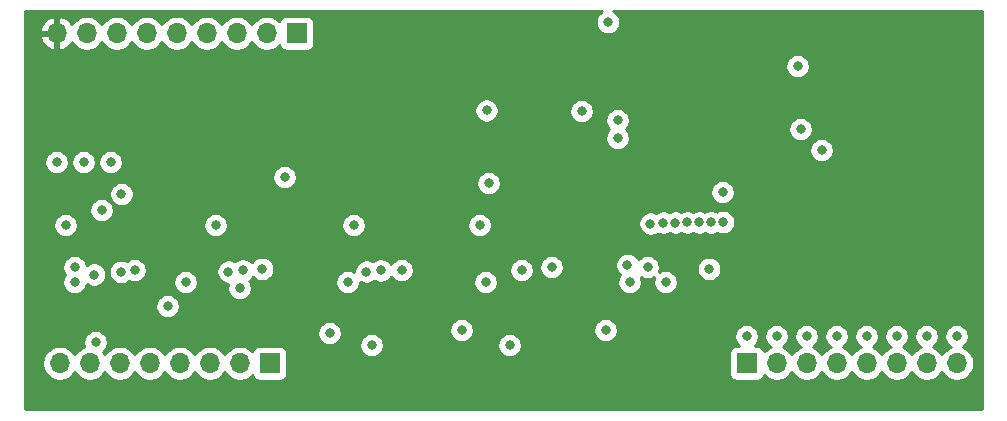
<source format=gbr>
%TF.GenerationSoftware,KiCad,Pcbnew,(5.1.10-1-10_14)*%
%TF.CreationDate,2021-10-28T11:05:28-04:00*%
%TF.ProjectId,ALU-smd,414c552d-736d-4642-9e6b-696361645f70,rev?*%
%TF.SameCoordinates,Original*%
%TF.FileFunction,Copper,L4,Bot*%
%TF.FilePolarity,Positive*%
%FSLAX46Y46*%
G04 Gerber Fmt 4.6, Leading zero omitted, Abs format (unit mm)*
G04 Created by KiCad (PCBNEW (5.1.10-1-10_14)) date 2021-10-28 11:05:28*
%MOMM*%
%LPD*%
G01*
G04 APERTURE LIST*
%TA.AperFunction,ComponentPad*%
%ADD10R,1.700000X1.700000*%
%TD*%
%TA.AperFunction,ComponentPad*%
%ADD11O,1.700000X1.700000*%
%TD*%
%TA.AperFunction,ViaPad*%
%ADD12C,0.800000*%
%TD*%
%TA.AperFunction,Conductor*%
%ADD13C,0.254000*%
%TD*%
%TA.AperFunction,Conductor*%
%ADD14C,0.100000*%
%TD*%
G04 APERTURE END LIST*
D10*
%TO.P,J3,1*%
%TO.N,BUS_00*%
X94234000Y-161798000D03*
D11*
%TO.P,J3,2*%
%TO.N,BUS_01*%
X91694000Y-161798000D03*
%TO.P,J3,3*%
%TO.N,BUS_02*%
X89154000Y-161798000D03*
%TO.P,J3,4*%
%TO.N,BUS_03*%
X86614000Y-161798000D03*
%TO.P,J3,5*%
%TO.N,BUS_04*%
X84074000Y-161798000D03*
%TO.P,J3,6*%
%TO.N,BUS_05*%
X81534000Y-161798000D03*
%TO.P,J3,7*%
%TO.N,BUS_06*%
X78994000Y-161798000D03*
%TO.P,J3,8*%
%TO.N,BUS_07*%
X76454000Y-161798000D03*
%TD*%
D10*
%TO.P,J1,1*%
%TO.N,CLOCK*%
X96520000Y-133858000D03*
D11*
%TO.P,J1,2*%
%TO.N,LHS_LOAD_IN*%
X93980000Y-133858000D03*
%TO.P,J1,3*%
%TO.N,LHS_OUT*%
X91440000Y-133858000D03*
%TO.P,J1,4*%
%TO.N,LHS_SEL_00*%
X88900000Y-133858000D03*
%TO.P,J1,5*%
%TO.N,LHS_SEL_01*%
X86360000Y-133858000D03*
%TO.P,J1,6*%
%TO.N,LHS_CARRY_OUT*%
X83820000Y-133858000D03*
%TO.P,J1,7*%
%TO.N,LHS_CARRY_IN*%
X81280000Y-133858000D03*
%TO.P,J1,8*%
%TO.N,GND*%
X78740000Y-133858000D03*
%TO.P,J1,9*%
%TO.N,VCC*%
X76200000Y-133858000D03*
%TD*%
%TO.P,J2,8*%
%TO.N,/LHS_00*%
X152400000Y-161798000D03*
%TO.P,J2,7*%
%TO.N,/LHS_01*%
X149860000Y-161798000D03*
%TO.P,J2,6*%
%TO.N,/LHS_02*%
X147320000Y-161798000D03*
%TO.P,J2,5*%
%TO.N,/LHS_03*%
X144780000Y-161798000D03*
%TO.P,J2,4*%
%TO.N,/LHS_04*%
X142240000Y-161798000D03*
%TO.P,J2,3*%
%TO.N,/LHS_05*%
X139700000Y-161798000D03*
%TO.P,J2,2*%
%TO.N,/LHS_06*%
X137160000Y-161798000D03*
D10*
%TO.P,J2,1*%
%TO.N,/LHS_07*%
X134620000Y-161798000D03*
%TD*%
D12*
%TO.N,GND*%
X120650000Y-140462000D03*
X112590500Y-140393500D03*
X132588000Y-147320000D03*
X137160000Y-159512000D03*
X139700000Y-159512000D03*
X142240000Y-159512000D03*
X144780000Y-159512000D03*
X147320000Y-159512000D03*
X149860000Y-159512000D03*
X152400000Y-159512000D03*
X134620000Y-159512000D03*
X126238000Y-153670000D03*
X127762000Y-154940000D03*
X77724000Y-153670000D03*
X85598000Y-156972000D03*
X81684500Y-147470500D03*
X80772000Y-144780000D03*
X78486000Y-144780000D03*
X76200000Y-144780000D03*
X138938000Y-136652000D03*
X122870000Y-132908000D03*
X95504000Y-146050000D03*
X99314000Y-159258000D03*
X110490004Y-159004000D03*
X122682000Y-159004000D03*
%TO.N,/LHS_00*%
X123698000Y-142748000D03*
X123698000Y-141224000D03*
%TO.N,VCC*%
X75311000Y-149733000D03*
X85852000Y-153354000D03*
X121158000Y-153354000D03*
X124528500Y-140393500D03*
X124968000Y-132842000D03*
X147066000Y-142240000D03*
X109220000Y-153500021D03*
X97536000Y-153500021D03*
X120330268Y-146365990D03*
%TO.N,BUS_07*%
X132603930Y-149860000D03*
X82804000Y-153924000D03*
%TO.N,BUS_06*%
X131600976Y-149862941D03*
X81661000Y-154051000D03*
X90737054Y-154042108D03*
%TO.N,BUS_05*%
X91960706Y-153936706D03*
X130592970Y-149870935D03*
X79502000Y-160020000D03*
%TO.N,BUS_04*%
X93599000Y-153797000D03*
X129584982Y-149878946D03*
X102421054Y-154042108D03*
%TO.N,BUS_03*%
X103644706Y-153936706D03*
X128576706Y-149886670D03*
X91693984Y-155448000D03*
%TO.N,BUS_02*%
X115570000Y-153924000D03*
X127571890Y-149897855D03*
X105410010Y-153924000D03*
%TO.N,BUS_01*%
X118110000Y-153670000D03*
X126470882Y-149981966D03*
X102870000Y-160274000D03*
%TO.N,LHS_SEL_00*%
X89662000Y-150114000D03*
X101346000Y-150114000D03*
X112014000Y-150114000D03*
X76962000Y-150114000D03*
X124525732Y-153477990D03*
%TO.N,LHS_CARRY_IN*%
X79361982Y-154291982D03*
X114554006Y-160274000D03*
%TO.N,LHS_SEL_01*%
X77724000Y-154940000D03*
X87122000Y-154940000D03*
X100838000Y-154940000D03*
X112522000Y-154940000D03*
X124714000Y-154940000D03*
X80010000Y-148844000D03*
%TO.N,LHS_CARRY_OUT*%
X131445000Y-153797000D03*
%TO.N,/LHS - Shift/LHS_LOAD*%
X112776000Y-146558000D03*
X140969998Y-143764000D03*
%TO.N,LHS_LOAD_IN*%
X139192000Y-141986000D03*
%TD*%
D13*
%TO.N,VCC*%
X122379744Y-131990795D02*
X122210226Y-132104063D01*
X122066063Y-132248226D01*
X121952795Y-132417744D01*
X121874774Y-132606102D01*
X121835000Y-132806061D01*
X121835000Y-133009939D01*
X121874774Y-133209898D01*
X121952795Y-133398256D01*
X122066063Y-133567774D01*
X122210226Y-133711937D01*
X122379744Y-133825205D01*
X122568102Y-133903226D01*
X122768061Y-133943000D01*
X122971939Y-133943000D01*
X123171898Y-133903226D01*
X123360256Y-133825205D01*
X123529774Y-133711937D01*
X123673937Y-133567774D01*
X123787205Y-133398256D01*
X123865226Y-133209898D01*
X123905000Y-133009939D01*
X123905000Y-132806061D01*
X123865226Y-132606102D01*
X123787205Y-132417744D01*
X123673937Y-132248226D01*
X123529774Y-132104063D01*
X123360256Y-131990795D01*
X123329366Y-131978000D01*
X154534001Y-131978000D01*
X154534000Y-164559581D01*
X154534000Y-164559582D01*
X154534001Y-165710000D01*
X73558000Y-165710000D01*
X73558000Y-161651740D01*
X74969000Y-161651740D01*
X74969000Y-161944260D01*
X75026068Y-162231158D01*
X75138010Y-162501411D01*
X75300525Y-162744632D01*
X75507368Y-162951475D01*
X75750589Y-163113990D01*
X76020842Y-163225932D01*
X76307740Y-163283000D01*
X76600260Y-163283000D01*
X76887158Y-163225932D01*
X77157411Y-163113990D01*
X77400632Y-162951475D01*
X77607475Y-162744632D01*
X77724000Y-162570240D01*
X77840525Y-162744632D01*
X78047368Y-162951475D01*
X78290589Y-163113990D01*
X78560842Y-163225932D01*
X78847740Y-163283000D01*
X79140260Y-163283000D01*
X79427158Y-163225932D01*
X79697411Y-163113990D01*
X79940632Y-162951475D01*
X80147475Y-162744632D01*
X80264000Y-162570240D01*
X80380525Y-162744632D01*
X80587368Y-162951475D01*
X80830589Y-163113990D01*
X81100842Y-163225932D01*
X81387740Y-163283000D01*
X81680260Y-163283000D01*
X81967158Y-163225932D01*
X82237411Y-163113990D01*
X82480632Y-162951475D01*
X82687475Y-162744632D01*
X82804000Y-162570240D01*
X82920525Y-162744632D01*
X83127368Y-162951475D01*
X83370589Y-163113990D01*
X83640842Y-163225932D01*
X83927740Y-163283000D01*
X84220260Y-163283000D01*
X84507158Y-163225932D01*
X84777411Y-163113990D01*
X85020632Y-162951475D01*
X85227475Y-162744632D01*
X85344000Y-162570240D01*
X85460525Y-162744632D01*
X85667368Y-162951475D01*
X85910589Y-163113990D01*
X86180842Y-163225932D01*
X86467740Y-163283000D01*
X86760260Y-163283000D01*
X87047158Y-163225932D01*
X87317411Y-163113990D01*
X87560632Y-162951475D01*
X87767475Y-162744632D01*
X87884000Y-162570240D01*
X88000525Y-162744632D01*
X88207368Y-162951475D01*
X88450589Y-163113990D01*
X88720842Y-163225932D01*
X89007740Y-163283000D01*
X89300260Y-163283000D01*
X89587158Y-163225932D01*
X89857411Y-163113990D01*
X90100632Y-162951475D01*
X90307475Y-162744632D01*
X90424000Y-162570240D01*
X90540525Y-162744632D01*
X90747368Y-162951475D01*
X90990589Y-163113990D01*
X91260842Y-163225932D01*
X91547740Y-163283000D01*
X91840260Y-163283000D01*
X92127158Y-163225932D01*
X92397411Y-163113990D01*
X92640632Y-162951475D01*
X92772487Y-162819620D01*
X92794498Y-162892180D01*
X92853463Y-163002494D01*
X92932815Y-163099185D01*
X93029506Y-163178537D01*
X93139820Y-163237502D01*
X93259518Y-163273812D01*
X93384000Y-163286072D01*
X95084000Y-163286072D01*
X95208482Y-163273812D01*
X95328180Y-163237502D01*
X95438494Y-163178537D01*
X95535185Y-163099185D01*
X95614537Y-163002494D01*
X95673502Y-162892180D01*
X95709812Y-162772482D01*
X95722072Y-162648000D01*
X95722072Y-160948000D01*
X95709812Y-160823518D01*
X95673502Y-160703820D01*
X95614537Y-160593506D01*
X95535185Y-160496815D01*
X95438494Y-160417463D01*
X95328180Y-160358498D01*
X95208482Y-160322188D01*
X95084000Y-160309928D01*
X93384000Y-160309928D01*
X93259518Y-160322188D01*
X93139820Y-160358498D01*
X93029506Y-160417463D01*
X92932815Y-160496815D01*
X92853463Y-160593506D01*
X92794498Y-160703820D01*
X92772487Y-160776380D01*
X92640632Y-160644525D01*
X92397411Y-160482010D01*
X92127158Y-160370068D01*
X91840260Y-160313000D01*
X91547740Y-160313000D01*
X91260842Y-160370068D01*
X90990589Y-160482010D01*
X90747368Y-160644525D01*
X90540525Y-160851368D01*
X90424000Y-161025760D01*
X90307475Y-160851368D01*
X90100632Y-160644525D01*
X89857411Y-160482010D01*
X89587158Y-160370068D01*
X89300260Y-160313000D01*
X89007740Y-160313000D01*
X88720842Y-160370068D01*
X88450589Y-160482010D01*
X88207368Y-160644525D01*
X88000525Y-160851368D01*
X87884000Y-161025760D01*
X87767475Y-160851368D01*
X87560632Y-160644525D01*
X87317411Y-160482010D01*
X87047158Y-160370068D01*
X86760260Y-160313000D01*
X86467740Y-160313000D01*
X86180842Y-160370068D01*
X85910589Y-160482010D01*
X85667368Y-160644525D01*
X85460525Y-160851368D01*
X85344000Y-161025760D01*
X85227475Y-160851368D01*
X85020632Y-160644525D01*
X84777411Y-160482010D01*
X84507158Y-160370068D01*
X84220260Y-160313000D01*
X83927740Y-160313000D01*
X83640842Y-160370068D01*
X83370589Y-160482010D01*
X83127368Y-160644525D01*
X82920525Y-160851368D01*
X82804000Y-161025760D01*
X82687475Y-160851368D01*
X82480632Y-160644525D01*
X82237411Y-160482010D01*
X81967158Y-160370068D01*
X81680260Y-160313000D01*
X81387740Y-160313000D01*
X81100842Y-160370068D01*
X80830589Y-160482010D01*
X80587368Y-160644525D01*
X80380525Y-160851368D01*
X80264000Y-161025760D01*
X80147475Y-160851368D01*
X80136759Y-160840652D01*
X80161774Y-160823937D01*
X80305937Y-160679774D01*
X80419205Y-160510256D01*
X80497226Y-160321898D01*
X80537000Y-160121939D01*
X80537000Y-159918061D01*
X80497226Y-159718102D01*
X80419205Y-159529744D01*
X80305937Y-159360226D01*
X80161774Y-159216063D01*
X80071975Y-159156061D01*
X98279000Y-159156061D01*
X98279000Y-159359939D01*
X98318774Y-159559898D01*
X98396795Y-159748256D01*
X98510063Y-159917774D01*
X98654226Y-160061937D01*
X98823744Y-160175205D01*
X99012102Y-160253226D01*
X99212061Y-160293000D01*
X99415939Y-160293000D01*
X99615898Y-160253226D01*
X99804256Y-160175205D01*
X99808961Y-160172061D01*
X101835000Y-160172061D01*
X101835000Y-160375939D01*
X101874774Y-160575898D01*
X101952795Y-160764256D01*
X102066063Y-160933774D01*
X102210226Y-161077937D01*
X102379744Y-161191205D01*
X102568102Y-161269226D01*
X102768061Y-161309000D01*
X102971939Y-161309000D01*
X103171898Y-161269226D01*
X103360256Y-161191205D01*
X103529774Y-161077937D01*
X103673937Y-160933774D01*
X103787205Y-160764256D01*
X103865226Y-160575898D01*
X103905000Y-160375939D01*
X103905000Y-160172061D01*
X113519006Y-160172061D01*
X113519006Y-160375939D01*
X113558780Y-160575898D01*
X113636801Y-160764256D01*
X113750069Y-160933774D01*
X113894232Y-161077937D01*
X114063750Y-161191205D01*
X114252108Y-161269226D01*
X114452067Y-161309000D01*
X114655945Y-161309000D01*
X114855904Y-161269226D01*
X115044262Y-161191205D01*
X115213780Y-161077937D01*
X115343717Y-160948000D01*
X133131928Y-160948000D01*
X133131928Y-162648000D01*
X133144188Y-162772482D01*
X133180498Y-162892180D01*
X133239463Y-163002494D01*
X133318815Y-163099185D01*
X133415506Y-163178537D01*
X133525820Y-163237502D01*
X133645518Y-163273812D01*
X133770000Y-163286072D01*
X135470000Y-163286072D01*
X135594482Y-163273812D01*
X135714180Y-163237502D01*
X135824494Y-163178537D01*
X135921185Y-163099185D01*
X136000537Y-163002494D01*
X136059502Y-162892180D01*
X136081513Y-162819620D01*
X136213368Y-162951475D01*
X136456589Y-163113990D01*
X136726842Y-163225932D01*
X137013740Y-163283000D01*
X137306260Y-163283000D01*
X137593158Y-163225932D01*
X137863411Y-163113990D01*
X138106632Y-162951475D01*
X138313475Y-162744632D01*
X138430000Y-162570240D01*
X138546525Y-162744632D01*
X138753368Y-162951475D01*
X138996589Y-163113990D01*
X139266842Y-163225932D01*
X139553740Y-163283000D01*
X139846260Y-163283000D01*
X140133158Y-163225932D01*
X140403411Y-163113990D01*
X140646632Y-162951475D01*
X140853475Y-162744632D01*
X140970000Y-162570240D01*
X141086525Y-162744632D01*
X141293368Y-162951475D01*
X141536589Y-163113990D01*
X141806842Y-163225932D01*
X142093740Y-163283000D01*
X142386260Y-163283000D01*
X142673158Y-163225932D01*
X142943411Y-163113990D01*
X143186632Y-162951475D01*
X143393475Y-162744632D01*
X143510000Y-162570240D01*
X143626525Y-162744632D01*
X143833368Y-162951475D01*
X144076589Y-163113990D01*
X144346842Y-163225932D01*
X144633740Y-163283000D01*
X144926260Y-163283000D01*
X145213158Y-163225932D01*
X145483411Y-163113990D01*
X145726632Y-162951475D01*
X145933475Y-162744632D01*
X146050000Y-162570240D01*
X146166525Y-162744632D01*
X146373368Y-162951475D01*
X146616589Y-163113990D01*
X146886842Y-163225932D01*
X147173740Y-163283000D01*
X147466260Y-163283000D01*
X147753158Y-163225932D01*
X148023411Y-163113990D01*
X148266632Y-162951475D01*
X148473475Y-162744632D01*
X148590000Y-162570240D01*
X148706525Y-162744632D01*
X148913368Y-162951475D01*
X149156589Y-163113990D01*
X149426842Y-163225932D01*
X149713740Y-163283000D01*
X150006260Y-163283000D01*
X150293158Y-163225932D01*
X150563411Y-163113990D01*
X150806632Y-162951475D01*
X151013475Y-162744632D01*
X151130000Y-162570240D01*
X151246525Y-162744632D01*
X151453368Y-162951475D01*
X151696589Y-163113990D01*
X151966842Y-163225932D01*
X152253740Y-163283000D01*
X152546260Y-163283000D01*
X152833158Y-163225932D01*
X153103411Y-163113990D01*
X153346632Y-162951475D01*
X153553475Y-162744632D01*
X153715990Y-162501411D01*
X153827932Y-162231158D01*
X153885000Y-161944260D01*
X153885000Y-161651740D01*
X153827932Y-161364842D01*
X153715990Y-161094589D01*
X153553475Y-160851368D01*
X153346632Y-160644525D01*
X153103411Y-160482010D01*
X152923041Y-160407299D01*
X153059774Y-160315937D01*
X153203937Y-160171774D01*
X153317205Y-160002256D01*
X153395226Y-159813898D01*
X153435000Y-159613939D01*
X153435000Y-159410061D01*
X153395226Y-159210102D01*
X153317205Y-159021744D01*
X153203937Y-158852226D01*
X153059774Y-158708063D01*
X152890256Y-158594795D01*
X152701898Y-158516774D01*
X152501939Y-158477000D01*
X152298061Y-158477000D01*
X152098102Y-158516774D01*
X151909744Y-158594795D01*
X151740226Y-158708063D01*
X151596063Y-158852226D01*
X151482795Y-159021744D01*
X151404774Y-159210102D01*
X151365000Y-159410061D01*
X151365000Y-159613939D01*
X151404774Y-159813898D01*
X151482795Y-160002256D01*
X151596063Y-160171774D01*
X151740226Y-160315937D01*
X151876959Y-160407299D01*
X151696589Y-160482010D01*
X151453368Y-160644525D01*
X151246525Y-160851368D01*
X151130000Y-161025760D01*
X151013475Y-160851368D01*
X150806632Y-160644525D01*
X150563411Y-160482010D01*
X150383041Y-160407299D01*
X150519774Y-160315937D01*
X150663937Y-160171774D01*
X150777205Y-160002256D01*
X150855226Y-159813898D01*
X150895000Y-159613939D01*
X150895000Y-159410061D01*
X150855226Y-159210102D01*
X150777205Y-159021744D01*
X150663937Y-158852226D01*
X150519774Y-158708063D01*
X150350256Y-158594795D01*
X150161898Y-158516774D01*
X149961939Y-158477000D01*
X149758061Y-158477000D01*
X149558102Y-158516774D01*
X149369744Y-158594795D01*
X149200226Y-158708063D01*
X149056063Y-158852226D01*
X148942795Y-159021744D01*
X148864774Y-159210102D01*
X148825000Y-159410061D01*
X148825000Y-159613939D01*
X148864774Y-159813898D01*
X148942795Y-160002256D01*
X149056063Y-160171774D01*
X149200226Y-160315937D01*
X149336959Y-160407299D01*
X149156589Y-160482010D01*
X148913368Y-160644525D01*
X148706525Y-160851368D01*
X148590000Y-161025760D01*
X148473475Y-160851368D01*
X148266632Y-160644525D01*
X148023411Y-160482010D01*
X147843041Y-160407299D01*
X147979774Y-160315937D01*
X148123937Y-160171774D01*
X148237205Y-160002256D01*
X148315226Y-159813898D01*
X148355000Y-159613939D01*
X148355000Y-159410061D01*
X148315226Y-159210102D01*
X148237205Y-159021744D01*
X148123937Y-158852226D01*
X147979774Y-158708063D01*
X147810256Y-158594795D01*
X147621898Y-158516774D01*
X147421939Y-158477000D01*
X147218061Y-158477000D01*
X147018102Y-158516774D01*
X146829744Y-158594795D01*
X146660226Y-158708063D01*
X146516063Y-158852226D01*
X146402795Y-159021744D01*
X146324774Y-159210102D01*
X146285000Y-159410061D01*
X146285000Y-159613939D01*
X146324774Y-159813898D01*
X146402795Y-160002256D01*
X146516063Y-160171774D01*
X146660226Y-160315937D01*
X146796959Y-160407299D01*
X146616589Y-160482010D01*
X146373368Y-160644525D01*
X146166525Y-160851368D01*
X146050000Y-161025760D01*
X145933475Y-160851368D01*
X145726632Y-160644525D01*
X145483411Y-160482010D01*
X145303041Y-160407299D01*
X145439774Y-160315937D01*
X145583937Y-160171774D01*
X145697205Y-160002256D01*
X145775226Y-159813898D01*
X145815000Y-159613939D01*
X145815000Y-159410061D01*
X145775226Y-159210102D01*
X145697205Y-159021744D01*
X145583937Y-158852226D01*
X145439774Y-158708063D01*
X145270256Y-158594795D01*
X145081898Y-158516774D01*
X144881939Y-158477000D01*
X144678061Y-158477000D01*
X144478102Y-158516774D01*
X144289744Y-158594795D01*
X144120226Y-158708063D01*
X143976063Y-158852226D01*
X143862795Y-159021744D01*
X143784774Y-159210102D01*
X143745000Y-159410061D01*
X143745000Y-159613939D01*
X143784774Y-159813898D01*
X143862795Y-160002256D01*
X143976063Y-160171774D01*
X144120226Y-160315937D01*
X144256959Y-160407299D01*
X144076589Y-160482010D01*
X143833368Y-160644525D01*
X143626525Y-160851368D01*
X143510000Y-161025760D01*
X143393475Y-160851368D01*
X143186632Y-160644525D01*
X142943411Y-160482010D01*
X142763041Y-160407299D01*
X142899774Y-160315937D01*
X143043937Y-160171774D01*
X143157205Y-160002256D01*
X143235226Y-159813898D01*
X143275000Y-159613939D01*
X143275000Y-159410061D01*
X143235226Y-159210102D01*
X143157205Y-159021744D01*
X143043937Y-158852226D01*
X142899774Y-158708063D01*
X142730256Y-158594795D01*
X142541898Y-158516774D01*
X142341939Y-158477000D01*
X142138061Y-158477000D01*
X141938102Y-158516774D01*
X141749744Y-158594795D01*
X141580226Y-158708063D01*
X141436063Y-158852226D01*
X141322795Y-159021744D01*
X141244774Y-159210102D01*
X141205000Y-159410061D01*
X141205000Y-159613939D01*
X141244774Y-159813898D01*
X141322795Y-160002256D01*
X141436063Y-160171774D01*
X141580226Y-160315937D01*
X141716959Y-160407299D01*
X141536589Y-160482010D01*
X141293368Y-160644525D01*
X141086525Y-160851368D01*
X140970000Y-161025760D01*
X140853475Y-160851368D01*
X140646632Y-160644525D01*
X140403411Y-160482010D01*
X140223041Y-160407299D01*
X140359774Y-160315937D01*
X140503937Y-160171774D01*
X140617205Y-160002256D01*
X140695226Y-159813898D01*
X140735000Y-159613939D01*
X140735000Y-159410061D01*
X140695226Y-159210102D01*
X140617205Y-159021744D01*
X140503937Y-158852226D01*
X140359774Y-158708063D01*
X140190256Y-158594795D01*
X140001898Y-158516774D01*
X139801939Y-158477000D01*
X139598061Y-158477000D01*
X139398102Y-158516774D01*
X139209744Y-158594795D01*
X139040226Y-158708063D01*
X138896063Y-158852226D01*
X138782795Y-159021744D01*
X138704774Y-159210102D01*
X138665000Y-159410061D01*
X138665000Y-159613939D01*
X138704774Y-159813898D01*
X138782795Y-160002256D01*
X138896063Y-160171774D01*
X139040226Y-160315937D01*
X139176959Y-160407299D01*
X138996589Y-160482010D01*
X138753368Y-160644525D01*
X138546525Y-160851368D01*
X138430000Y-161025760D01*
X138313475Y-160851368D01*
X138106632Y-160644525D01*
X137863411Y-160482010D01*
X137683041Y-160407299D01*
X137819774Y-160315937D01*
X137963937Y-160171774D01*
X138077205Y-160002256D01*
X138155226Y-159813898D01*
X138195000Y-159613939D01*
X138195000Y-159410061D01*
X138155226Y-159210102D01*
X138077205Y-159021744D01*
X137963937Y-158852226D01*
X137819774Y-158708063D01*
X137650256Y-158594795D01*
X137461898Y-158516774D01*
X137261939Y-158477000D01*
X137058061Y-158477000D01*
X136858102Y-158516774D01*
X136669744Y-158594795D01*
X136500226Y-158708063D01*
X136356063Y-158852226D01*
X136242795Y-159021744D01*
X136164774Y-159210102D01*
X136125000Y-159410061D01*
X136125000Y-159613939D01*
X136164774Y-159813898D01*
X136242795Y-160002256D01*
X136356063Y-160171774D01*
X136500226Y-160315937D01*
X136636959Y-160407299D01*
X136456589Y-160482010D01*
X136213368Y-160644525D01*
X136081513Y-160776380D01*
X136059502Y-160703820D01*
X136000537Y-160593506D01*
X135921185Y-160496815D01*
X135824494Y-160417463D01*
X135714180Y-160358498D01*
X135594482Y-160322188D01*
X135470000Y-160309928D01*
X135285783Y-160309928D01*
X135423937Y-160171774D01*
X135537205Y-160002256D01*
X135615226Y-159813898D01*
X135655000Y-159613939D01*
X135655000Y-159410061D01*
X135615226Y-159210102D01*
X135537205Y-159021744D01*
X135423937Y-158852226D01*
X135279774Y-158708063D01*
X135110256Y-158594795D01*
X134921898Y-158516774D01*
X134721939Y-158477000D01*
X134518061Y-158477000D01*
X134318102Y-158516774D01*
X134129744Y-158594795D01*
X133960226Y-158708063D01*
X133816063Y-158852226D01*
X133702795Y-159021744D01*
X133624774Y-159210102D01*
X133585000Y-159410061D01*
X133585000Y-159613939D01*
X133624774Y-159813898D01*
X133702795Y-160002256D01*
X133816063Y-160171774D01*
X133954217Y-160309928D01*
X133770000Y-160309928D01*
X133645518Y-160322188D01*
X133525820Y-160358498D01*
X133415506Y-160417463D01*
X133318815Y-160496815D01*
X133239463Y-160593506D01*
X133180498Y-160703820D01*
X133144188Y-160823518D01*
X133131928Y-160948000D01*
X115343717Y-160948000D01*
X115357943Y-160933774D01*
X115471211Y-160764256D01*
X115549232Y-160575898D01*
X115589006Y-160375939D01*
X115589006Y-160172061D01*
X115549232Y-159972102D01*
X115471211Y-159783744D01*
X115357943Y-159614226D01*
X115213780Y-159470063D01*
X115044262Y-159356795D01*
X114855904Y-159278774D01*
X114655945Y-159239000D01*
X114452067Y-159239000D01*
X114252108Y-159278774D01*
X114063750Y-159356795D01*
X113894232Y-159470063D01*
X113750069Y-159614226D01*
X113636801Y-159783744D01*
X113558780Y-159972102D01*
X113519006Y-160172061D01*
X103905000Y-160172061D01*
X103865226Y-159972102D01*
X103787205Y-159783744D01*
X103673937Y-159614226D01*
X103529774Y-159470063D01*
X103360256Y-159356795D01*
X103171898Y-159278774D01*
X102971939Y-159239000D01*
X102768061Y-159239000D01*
X102568102Y-159278774D01*
X102379744Y-159356795D01*
X102210226Y-159470063D01*
X102066063Y-159614226D01*
X101952795Y-159783744D01*
X101874774Y-159972102D01*
X101835000Y-160172061D01*
X99808961Y-160172061D01*
X99973774Y-160061937D01*
X100117937Y-159917774D01*
X100231205Y-159748256D01*
X100309226Y-159559898D01*
X100349000Y-159359939D01*
X100349000Y-159156061D01*
X100309226Y-158956102D01*
X100286842Y-158902061D01*
X109455004Y-158902061D01*
X109455004Y-159105939D01*
X109494778Y-159305898D01*
X109572799Y-159494256D01*
X109686067Y-159663774D01*
X109830230Y-159807937D01*
X109999748Y-159921205D01*
X110188106Y-159999226D01*
X110388065Y-160039000D01*
X110591943Y-160039000D01*
X110791902Y-159999226D01*
X110980260Y-159921205D01*
X111149778Y-159807937D01*
X111293941Y-159663774D01*
X111407209Y-159494256D01*
X111485230Y-159305898D01*
X111525004Y-159105939D01*
X111525004Y-158902061D01*
X121647000Y-158902061D01*
X121647000Y-159105939D01*
X121686774Y-159305898D01*
X121764795Y-159494256D01*
X121878063Y-159663774D01*
X122022226Y-159807937D01*
X122191744Y-159921205D01*
X122380102Y-159999226D01*
X122580061Y-160039000D01*
X122783939Y-160039000D01*
X122983898Y-159999226D01*
X123172256Y-159921205D01*
X123341774Y-159807937D01*
X123485937Y-159663774D01*
X123599205Y-159494256D01*
X123677226Y-159305898D01*
X123717000Y-159105939D01*
X123717000Y-158902061D01*
X123677226Y-158702102D01*
X123599205Y-158513744D01*
X123485937Y-158344226D01*
X123341774Y-158200063D01*
X123172256Y-158086795D01*
X122983898Y-158008774D01*
X122783939Y-157969000D01*
X122580061Y-157969000D01*
X122380102Y-158008774D01*
X122191744Y-158086795D01*
X122022226Y-158200063D01*
X121878063Y-158344226D01*
X121764795Y-158513744D01*
X121686774Y-158702102D01*
X121647000Y-158902061D01*
X111525004Y-158902061D01*
X111485230Y-158702102D01*
X111407209Y-158513744D01*
X111293941Y-158344226D01*
X111149778Y-158200063D01*
X110980260Y-158086795D01*
X110791902Y-158008774D01*
X110591943Y-157969000D01*
X110388065Y-157969000D01*
X110188106Y-158008774D01*
X109999748Y-158086795D01*
X109830230Y-158200063D01*
X109686067Y-158344226D01*
X109572799Y-158513744D01*
X109494778Y-158702102D01*
X109455004Y-158902061D01*
X100286842Y-158902061D01*
X100231205Y-158767744D01*
X100117937Y-158598226D01*
X99973774Y-158454063D01*
X99804256Y-158340795D01*
X99615898Y-158262774D01*
X99415939Y-158223000D01*
X99212061Y-158223000D01*
X99012102Y-158262774D01*
X98823744Y-158340795D01*
X98654226Y-158454063D01*
X98510063Y-158598226D01*
X98396795Y-158767744D01*
X98318774Y-158956102D01*
X98279000Y-159156061D01*
X80071975Y-159156061D01*
X79992256Y-159102795D01*
X79803898Y-159024774D01*
X79603939Y-158985000D01*
X79400061Y-158985000D01*
X79200102Y-159024774D01*
X79011744Y-159102795D01*
X78842226Y-159216063D01*
X78698063Y-159360226D01*
X78584795Y-159529744D01*
X78506774Y-159718102D01*
X78467000Y-159918061D01*
X78467000Y-160121939D01*
X78506774Y-160321898D01*
X78531723Y-160382129D01*
X78290589Y-160482010D01*
X78047368Y-160644525D01*
X77840525Y-160851368D01*
X77724000Y-161025760D01*
X77607475Y-160851368D01*
X77400632Y-160644525D01*
X77157411Y-160482010D01*
X76887158Y-160370068D01*
X76600260Y-160313000D01*
X76307740Y-160313000D01*
X76020842Y-160370068D01*
X75750589Y-160482010D01*
X75507368Y-160644525D01*
X75300525Y-160851368D01*
X75138010Y-161094589D01*
X75026068Y-161364842D01*
X74969000Y-161651740D01*
X73558000Y-161651740D01*
X73558000Y-156870061D01*
X84563000Y-156870061D01*
X84563000Y-157073939D01*
X84602774Y-157273898D01*
X84680795Y-157462256D01*
X84794063Y-157631774D01*
X84938226Y-157775937D01*
X85107744Y-157889205D01*
X85296102Y-157967226D01*
X85496061Y-158007000D01*
X85699939Y-158007000D01*
X85899898Y-157967226D01*
X86088256Y-157889205D01*
X86257774Y-157775937D01*
X86401937Y-157631774D01*
X86515205Y-157462256D01*
X86593226Y-157273898D01*
X86633000Y-157073939D01*
X86633000Y-156870061D01*
X86593226Y-156670102D01*
X86515205Y-156481744D01*
X86401937Y-156312226D01*
X86257774Y-156168063D01*
X86088256Y-156054795D01*
X85899898Y-155976774D01*
X85699939Y-155937000D01*
X85496061Y-155937000D01*
X85296102Y-155976774D01*
X85107744Y-156054795D01*
X84938226Y-156168063D01*
X84794063Y-156312226D01*
X84680795Y-156481744D01*
X84602774Y-156670102D01*
X84563000Y-156870061D01*
X73558000Y-156870061D01*
X73558000Y-153568061D01*
X76689000Y-153568061D01*
X76689000Y-153771939D01*
X76728774Y-153971898D01*
X76806795Y-154160256D01*
X76903510Y-154305000D01*
X76806795Y-154449744D01*
X76728774Y-154638102D01*
X76689000Y-154838061D01*
X76689000Y-155041939D01*
X76728774Y-155241898D01*
X76806795Y-155430256D01*
X76920063Y-155599774D01*
X77064226Y-155743937D01*
X77233744Y-155857205D01*
X77422102Y-155935226D01*
X77622061Y-155975000D01*
X77825939Y-155975000D01*
X78025898Y-155935226D01*
X78214256Y-155857205D01*
X78383774Y-155743937D01*
X78527937Y-155599774D01*
X78641205Y-155430256D01*
X78719226Y-155241898D01*
X78742860Y-155123082D01*
X78871726Y-155209187D01*
X79060084Y-155287208D01*
X79260043Y-155326982D01*
X79463921Y-155326982D01*
X79663880Y-155287208D01*
X79852238Y-155209187D01*
X80021756Y-155095919D01*
X80165919Y-154951756D01*
X80279187Y-154782238D01*
X80357208Y-154593880D01*
X80396982Y-154393921D01*
X80396982Y-154190043D01*
X80357208Y-153990084D01*
X80340216Y-153949061D01*
X80626000Y-153949061D01*
X80626000Y-154152939D01*
X80665774Y-154352898D01*
X80743795Y-154541256D01*
X80857063Y-154710774D01*
X81001226Y-154854937D01*
X81170744Y-154968205D01*
X81359102Y-155046226D01*
X81559061Y-155086000D01*
X81762939Y-155086000D01*
X81962898Y-155046226D01*
X82151256Y-154968205D01*
X82320774Y-154854937D01*
X82328425Y-154847286D01*
X82502102Y-154919226D01*
X82702061Y-154959000D01*
X82905939Y-154959000D01*
X83105898Y-154919226D01*
X83294256Y-154841205D01*
X83298961Y-154838061D01*
X86087000Y-154838061D01*
X86087000Y-155041939D01*
X86126774Y-155241898D01*
X86204795Y-155430256D01*
X86318063Y-155599774D01*
X86462226Y-155743937D01*
X86631744Y-155857205D01*
X86820102Y-155935226D01*
X87020061Y-155975000D01*
X87223939Y-155975000D01*
X87423898Y-155935226D01*
X87612256Y-155857205D01*
X87781774Y-155743937D01*
X87925937Y-155599774D01*
X88039205Y-155430256D01*
X88117226Y-155241898D01*
X88157000Y-155041939D01*
X88157000Y-154838061D01*
X88117226Y-154638102D01*
X88039205Y-154449744D01*
X87925937Y-154280226D01*
X87781774Y-154136063D01*
X87612256Y-154022795D01*
X87423898Y-153944774D01*
X87400747Y-153940169D01*
X89702054Y-153940169D01*
X89702054Y-154144047D01*
X89741828Y-154344006D01*
X89819849Y-154532364D01*
X89933117Y-154701882D01*
X90077280Y-154846045D01*
X90246798Y-154959313D01*
X90435156Y-155037334D01*
X90635115Y-155077108D01*
X90727336Y-155077108D01*
X90698758Y-155146102D01*
X90658984Y-155346061D01*
X90658984Y-155549939D01*
X90698758Y-155749898D01*
X90776779Y-155938256D01*
X90890047Y-156107774D01*
X91034210Y-156251937D01*
X91203728Y-156365205D01*
X91392086Y-156443226D01*
X91592045Y-156483000D01*
X91795923Y-156483000D01*
X91995882Y-156443226D01*
X92184240Y-156365205D01*
X92353758Y-156251937D01*
X92497921Y-156107774D01*
X92611189Y-155938256D01*
X92689210Y-155749898D01*
X92728984Y-155549939D01*
X92728984Y-155346061D01*
X92689210Y-155146102D01*
X92611189Y-154957744D01*
X92531220Y-154838061D01*
X99803000Y-154838061D01*
X99803000Y-155041939D01*
X99842774Y-155241898D01*
X99920795Y-155430256D01*
X100034063Y-155599774D01*
X100178226Y-155743937D01*
X100347744Y-155857205D01*
X100536102Y-155935226D01*
X100736061Y-155975000D01*
X100939939Y-155975000D01*
X101139898Y-155935226D01*
X101328256Y-155857205D01*
X101497774Y-155743937D01*
X101641937Y-155599774D01*
X101755205Y-155430256D01*
X101833226Y-155241898D01*
X101873000Y-155041939D01*
X101873000Y-154920694D01*
X101930798Y-154959313D01*
X102119156Y-155037334D01*
X102319115Y-155077108D01*
X102522993Y-155077108D01*
X102722952Y-155037334D01*
X102911310Y-154959313D01*
X103080828Y-154846045D01*
X103105601Y-154821272D01*
X103154450Y-154853911D01*
X103342808Y-154931932D01*
X103542767Y-154971706D01*
X103746645Y-154971706D01*
X103946604Y-154931932D01*
X104134962Y-154853911D01*
X104304480Y-154740643D01*
X104448643Y-154596480D01*
X104531603Y-154472321D01*
X104606073Y-154583774D01*
X104750236Y-154727937D01*
X104919754Y-154841205D01*
X105108112Y-154919226D01*
X105308071Y-154959000D01*
X105511949Y-154959000D01*
X105711908Y-154919226D01*
X105900266Y-154841205D01*
X105904971Y-154838061D01*
X111487000Y-154838061D01*
X111487000Y-155041939D01*
X111526774Y-155241898D01*
X111604795Y-155430256D01*
X111718063Y-155599774D01*
X111862226Y-155743937D01*
X112031744Y-155857205D01*
X112220102Y-155935226D01*
X112420061Y-155975000D01*
X112623939Y-155975000D01*
X112823898Y-155935226D01*
X113012256Y-155857205D01*
X113181774Y-155743937D01*
X113325937Y-155599774D01*
X113439205Y-155430256D01*
X113517226Y-155241898D01*
X113557000Y-155041939D01*
X113557000Y-154838061D01*
X113517226Y-154638102D01*
X113439205Y-154449744D01*
X113325937Y-154280226D01*
X113181774Y-154136063D01*
X113012256Y-154022795D01*
X112823898Y-153944774D01*
X112623939Y-153905000D01*
X112420061Y-153905000D01*
X112220102Y-153944774D01*
X112031744Y-154022795D01*
X111862226Y-154136063D01*
X111718063Y-154280226D01*
X111604795Y-154449744D01*
X111526774Y-154638102D01*
X111487000Y-154838061D01*
X105904971Y-154838061D01*
X106069784Y-154727937D01*
X106213947Y-154583774D01*
X106327215Y-154414256D01*
X106405236Y-154225898D01*
X106445010Y-154025939D01*
X106445010Y-153822061D01*
X114535000Y-153822061D01*
X114535000Y-154025939D01*
X114574774Y-154225898D01*
X114652795Y-154414256D01*
X114766063Y-154583774D01*
X114910226Y-154727937D01*
X115079744Y-154841205D01*
X115268102Y-154919226D01*
X115468061Y-154959000D01*
X115671939Y-154959000D01*
X115871898Y-154919226D01*
X116060256Y-154841205D01*
X116229774Y-154727937D01*
X116373937Y-154583774D01*
X116487205Y-154414256D01*
X116565226Y-154225898D01*
X116605000Y-154025939D01*
X116605000Y-153822061D01*
X116565226Y-153622102D01*
X116542842Y-153568061D01*
X117075000Y-153568061D01*
X117075000Y-153771939D01*
X117114774Y-153971898D01*
X117192795Y-154160256D01*
X117306063Y-154329774D01*
X117450226Y-154473937D01*
X117619744Y-154587205D01*
X117808102Y-154665226D01*
X118008061Y-154705000D01*
X118211939Y-154705000D01*
X118411898Y-154665226D01*
X118600256Y-154587205D01*
X118769774Y-154473937D01*
X118913937Y-154329774D01*
X119027205Y-154160256D01*
X119105226Y-153971898D01*
X119145000Y-153771939D01*
X119145000Y-153568061D01*
X119106808Y-153376051D01*
X123490732Y-153376051D01*
X123490732Y-153579929D01*
X123530506Y-153779888D01*
X123608527Y-153968246D01*
X123721795Y-154137764D01*
X123865958Y-154281927D01*
X123895664Y-154301776D01*
X123796795Y-154449744D01*
X123718774Y-154638102D01*
X123679000Y-154838061D01*
X123679000Y-155041939D01*
X123718774Y-155241898D01*
X123796795Y-155430256D01*
X123910063Y-155599774D01*
X124054226Y-155743937D01*
X124223744Y-155857205D01*
X124412102Y-155935226D01*
X124612061Y-155975000D01*
X124815939Y-155975000D01*
X125015898Y-155935226D01*
X125204256Y-155857205D01*
X125373774Y-155743937D01*
X125517937Y-155599774D01*
X125631205Y-155430256D01*
X125709226Y-155241898D01*
X125749000Y-155041939D01*
X125749000Y-154838061D01*
X125709226Y-154638102D01*
X125665335Y-154532141D01*
X125747744Y-154587205D01*
X125936102Y-154665226D01*
X126136061Y-154705000D01*
X126339939Y-154705000D01*
X126539898Y-154665226D01*
X126728256Y-154587205D01*
X126810665Y-154532141D01*
X126766774Y-154638102D01*
X126727000Y-154838061D01*
X126727000Y-155041939D01*
X126766774Y-155241898D01*
X126844795Y-155430256D01*
X126958063Y-155599774D01*
X127102226Y-155743937D01*
X127271744Y-155857205D01*
X127460102Y-155935226D01*
X127660061Y-155975000D01*
X127863939Y-155975000D01*
X128063898Y-155935226D01*
X128252256Y-155857205D01*
X128421774Y-155743937D01*
X128565937Y-155599774D01*
X128679205Y-155430256D01*
X128757226Y-155241898D01*
X128797000Y-155041939D01*
X128797000Y-154838061D01*
X128757226Y-154638102D01*
X128679205Y-154449744D01*
X128565937Y-154280226D01*
X128421774Y-154136063D01*
X128252256Y-154022795D01*
X128063898Y-153944774D01*
X127863939Y-153905000D01*
X127660061Y-153905000D01*
X127460102Y-153944774D01*
X127271744Y-154022795D01*
X127189335Y-154077859D01*
X127233226Y-153971898D01*
X127273000Y-153771939D01*
X127273000Y-153695061D01*
X130410000Y-153695061D01*
X130410000Y-153898939D01*
X130449774Y-154098898D01*
X130527795Y-154287256D01*
X130641063Y-154456774D01*
X130785226Y-154600937D01*
X130954744Y-154714205D01*
X131143102Y-154792226D01*
X131343061Y-154832000D01*
X131546939Y-154832000D01*
X131746898Y-154792226D01*
X131935256Y-154714205D01*
X132104774Y-154600937D01*
X132248937Y-154456774D01*
X132362205Y-154287256D01*
X132440226Y-154098898D01*
X132480000Y-153898939D01*
X132480000Y-153695061D01*
X132440226Y-153495102D01*
X132362205Y-153306744D01*
X132248937Y-153137226D01*
X132104774Y-152993063D01*
X131935256Y-152879795D01*
X131746898Y-152801774D01*
X131546939Y-152762000D01*
X131343061Y-152762000D01*
X131143102Y-152801774D01*
X130954744Y-152879795D01*
X130785226Y-152993063D01*
X130641063Y-153137226D01*
X130527795Y-153306744D01*
X130449774Y-153495102D01*
X130410000Y-153695061D01*
X127273000Y-153695061D01*
X127273000Y-153568061D01*
X127233226Y-153368102D01*
X127155205Y-153179744D01*
X127041937Y-153010226D01*
X126897774Y-152866063D01*
X126728256Y-152752795D01*
X126539898Y-152674774D01*
X126339939Y-152635000D01*
X126136061Y-152635000D01*
X125936102Y-152674774D01*
X125747744Y-152752795D01*
X125578226Y-152866063D01*
X125446926Y-152997363D01*
X125442937Y-152987734D01*
X125329669Y-152818216D01*
X125185506Y-152674053D01*
X125015988Y-152560785D01*
X124827630Y-152482764D01*
X124627671Y-152442990D01*
X124423793Y-152442990D01*
X124223834Y-152482764D01*
X124035476Y-152560785D01*
X123865958Y-152674053D01*
X123721795Y-152818216D01*
X123608527Y-152987734D01*
X123530506Y-153176092D01*
X123490732Y-153376051D01*
X119106808Y-153376051D01*
X119105226Y-153368102D01*
X119027205Y-153179744D01*
X118913937Y-153010226D01*
X118769774Y-152866063D01*
X118600256Y-152752795D01*
X118411898Y-152674774D01*
X118211939Y-152635000D01*
X118008061Y-152635000D01*
X117808102Y-152674774D01*
X117619744Y-152752795D01*
X117450226Y-152866063D01*
X117306063Y-153010226D01*
X117192795Y-153179744D01*
X117114774Y-153368102D01*
X117075000Y-153568061D01*
X116542842Y-153568061D01*
X116487205Y-153433744D01*
X116373937Y-153264226D01*
X116229774Y-153120063D01*
X116060256Y-153006795D01*
X115871898Y-152928774D01*
X115671939Y-152889000D01*
X115468061Y-152889000D01*
X115268102Y-152928774D01*
X115079744Y-153006795D01*
X114910226Y-153120063D01*
X114766063Y-153264226D01*
X114652795Y-153433744D01*
X114574774Y-153622102D01*
X114535000Y-153822061D01*
X106445010Y-153822061D01*
X106405236Y-153622102D01*
X106327215Y-153433744D01*
X106213947Y-153264226D01*
X106069784Y-153120063D01*
X105900266Y-153006795D01*
X105711908Y-152928774D01*
X105511949Y-152889000D01*
X105308071Y-152889000D01*
X105108112Y-152928774D01*
X104919754Y-153006795D01*
X104750236Y-153120063D01*
X104606073Y-153264226D01*
X104523113Y-153388385D01*
X104448643Y-153276932D01*
X104304480Y-153132769D01*
X104134962Y-153019501D01*
X103946604Y-152941480D01*
X103746645Y-152901706D01*
X103542767Y-152901706D01*
X103342808Y-152941480D01*
X103154450Y-153019501D01*
X102984932Y-153132769D01*
X102960159Y-153157542D01*
X102911310Y-153124903D01*
X102722952Y-153046882D01*
X102522993Y-153007108D01*
X102319115Y-153007108D01*
X102119156Y-153046882D01*
X101930798Y-153124903D01*
X101761280Y-153238171D01*
X101617117Y-153382334D01*
X101503849Y-153551852D01*
X101425828Y-153740210D01*
X101386054Y-153940169D01*
X101386054Y-154061414D01*
X101328256Y-154022795D01*
X101139898Y-153944774D01*
X100939939Y-153905000D01*
X100736061Y-153905000D01*
X100536102Y-153944774D01*
X100347744Y-154022795D01*
X100178226Y-154136063D01*
X100034063Y-154280226D01*
X99920795Y-154449744D01*
X99842774Y-154638102D01*
X99803000Y-154838061D01*
X92531220Y-154838061D01*
X92513769Y-154811945D01*
X92620480Y-154740643D01*
X92764643Y-154596480D01*
X92832786Y-154494497D01*
X92939226Y-154600937D01*
X93108744Y-154714205D01*
X93297102Y-154792226D01*
X93497061Y-154832000D01*
X93700939Y-154832000D01*
X93900898Y-154792226D01*
X94089256Y-154714205D01*
X94258774Y-154600937D01*
X94402937Y-154456774D01*
X94516205Y-154287256D01*
X94594226Y-154098898D01*
X94634000Y-153898939D01*
X94634000Y-153695061D01*
X94594226Y-153495102D01*
X94516205Y-153306744D01*
X94402937Y-153137226D01*
X94258774Y-152993063D01*
X94089256Y-152879795D01*
X93900898Y-152801774D01*
X93700939Y-152762000D01*
X93497061Y-152762000D01*
X93297102Y-152801774D01*
X93108744Y-152879795D01*
X92939226Y-152993063D01*
X92795063Y-153137226D01*
X92726920Y-153239209D01*
X92620480Y-153132769D01*
X92450962Y-153019501D01*
X92262604Y-152941480D01*
X92062645Y-152901706D01*
X91858767Y-152901706D01*
X91658808Y-152941480D01*
X91470450Y-153019501D01*
X91300932Y-153132769D01*
X91276159Y-153157542D01*
X91227310Y-153124903D01*
X91038952Y-153046882D01*
X90838993Y-153007108D01*
X90635115Y-153007108D01*
X90435156Y-153046882D01*
X90246798Y-153124903D01*
X90077280Y-153238171D01*
X89933117Y-153382334D01*
X89819849Y-153551852D01*
X89741828Y-153740210D01*
X89702054Y-153940169D01*
X87400747Y-153940169D01*
X87223939Y-153905000D01*
X87020061Y-153905000D01*
X86820102Y-153944774D01*
X86631744Y-154022795D01*
X86462226Y-154136063D01*
X86318063Y-154280226D01*
X86204795Y-154449744D01*
X86126774Y-154638102D01*
X86087000Y-154838061D01*
X83298961Y-154838061D01*
X83463774Y-154727937D01*
X83607937Y-154583774D01*
X83721205Y-154414256D01*
X83799226Y-154225898D01*
X83839000Y-154025939D01*
X83839000Y-153822061D01*
X83799226Y-153622102D01*
X83721205Y-153433744D01*
X83607937Y-153264226D01*
X83463774Y-153120063D01*
X83294256Y-153006795D01*
X83105898Y-152928774D01*
X82905939Y-152889000D01*
X82702061Y-152889000D01*
X82502102Y-152928774D01*
X82313744Y-153006795D01*
X82144226Y-153120063D01*
X82136575Y-153127714D01*
X81962898Y-153055774D01*
X81762939Y-153016000D01*
X81559061Y-153016000D01*
X81359102Y-153055774D01*
X81170744Y-153133795D01*
X81001226Y-153247063D01*
X80857063Y-153391226D01*
X80743795Y-153560744D01*
X80665774Y-153749102D01*
X80626000Y-153949061D01*
X80340216Y-153949061D01*
X80279187Y-153801726D01*
X80165919Y-153632208D01*
X80021756Y-153488045D01*
X79852238Y-153374777D01*
X79663880Y-153296756D01*
X79463921Y-153256982D01*
X79260043Y-153256982D01*
X79060084Y-153296756D01*
X78871726Y-153374777D01*
X78738289Y-153463937D01*
X78719226Y-153368102D01*
X78641205Y-153179744D01*
X78527937Y-153010226D01*
X78383774Y-152866063D01*
X78214256Y-152752795D01*
X78025898Y-152674774D01*
X77825939Y-152635000D01*
X77622061Y-152635000D01*
X77422102Y-152674774D01*
X77233744Y-152752795D01*
X77064226Y-152866063D01*
X76920063Y-153010226D01*
X76806795Y-153179744D01*
X76728774Y-153368102D01*
X76689000Y-153568061D01*
X73558000Y-153568061D01*
X73558000Y-150012061D01*
X75927000Y-150012061D01*
X75927000Y-150215939D01*
X75966774Y-150415898D01*
X76044795Y-150604256D01*
X76158063Y-150773774D01*
X76302226Y-150917937D01*
X76471744Y-151031205D01*
X76660102Y-151109226D01*
X76860061Y-151149000D01*
X77063939Y-151149000D01*
X77263898Y-151109226D01*
X77452256Y-151031205D01*
X77621774Y-150917937D01*
X77765937Y-150773774D01*
X77879205Y-150604256D01*
X77957226Y-150415898D01*
X77997000Y-150215939D01*
X77997000Y-150012061D01*
X88627000Y-150012061D01*
X88627000Y-150215939D01*
X88666774Y-150415898D01*
X88744795Y-150604256D01*
X88858063Y-150773774D01*
X89002226Y-150917937D01*
X89171744Y-151031205D01*
X89360102Y-151109226D01*
X89560061Y-151149000D01*
X89763939Y-151149000D01*
X89963898Y-151109226D01*
X90152256Y-151031205D01*
X90321774Y-150917937D01*
X90465937Y-150773774D01*
X90579205Y-150604256D01*
X90657226Y-150415898D01*
X90697000Y-150215939D01*
X90697000Y-150012061D01*
X100311000Y-150012061D01*
X100311000Y-150215939D01*
X100350774Y-150415898D01*
X100428795Y-150604256D01*
X100542063Y-150773774D01*
X100686226Y-150917937D01*
X100855744Y-151031205D01*
X101044102Y-151109226D01*
X101244061Y-151149000D01*
X101447939Y-151149000D01*
X101647898Y-151109226D01*
X101836256Y-151031205D01*
X102005774Y-150917937D01*
X102149937Y-150773774D01*
X102263205Y-150604256D01*
X102341226Y-150415898D01*
X102381000Y-150215939D01*
X102381000Y-150012061D01*
X110979000Y-150012061D01*
X110979000Y-150215939D01*
X111018774Y-150415898D01*
X111096795Y-150604256D01*
X111210063Y-150773774D01*
X111354226Y-150917937D01*
X111523744Y-151031205D01*
X111712102Y-151109226D01*
X111912061Y-151149000D01*
X112115939Y-151149000D01*
X112315898Y-151109226D01*
X112504256Y-151031205D01*
X112673774Y-150917937D01*
X112817937Y-150773774D01*
X112931205Y-150604256D01*
X113009226Y-150415898D01*
X113049000Y-150215939D01*
X113049000Y-150012061D01*
X113022738Y-149880027D01*
X125435882Y-149880027D01*
X125435882Y-150083905D01*
X125475656Y-150283864D01*
X125553677Y-150472222D01*
X125666945Y-150641740D01*
X125811108Y-150785903D01*
X125980626Y-150899171D01*
X126168984Y-150977192D01*
X126368943Y-151016966D01*
X126572821Y-151016966D01*
X126772780Y-150977192D01*
X126961138Y-150899171D01*
X127084958Y-150816437D01*
X127269992Y-150893081D01*
X127469951Y-150932855D01*
X127673829Y-150932855D01*
X127873788Y-150893081D01*
X128062146Y-150815060D01*
X128082668Y-150801348D01*
X128086450Y-150803875D01*
X128274808Y-150881896D01*
X128474767Y-150921670D01*
X128678645Y-150921670D01*
X128878604Y-150881896D01*
X129066962Y-150803875D01*
X129086624Y-150790737D01*
X129094726Y-150796151D01*
X129283084Y-150874172D01*
X129483043Y-150913946D01*
X129686921Y-150913946D01*
X129886880Y-150874172D01*
X130075238Y-150796151D01*
X130094971Y-150782966D01*
X130102714Y-150788140D01*
X130291072Y-150866161D01*
X130491031Y-150905935D01*
X130694909Y-150905935D01*
X130894868Y-150866161D01*
X131083226Y-150788140D01*
X131102955Y-150774958D01*
X131110720Y-150780146D01*
X131299078Y-150858167D01*
X131499037Y-150897941D01*
X131702915Y-150897941D01*
X131902874Y-150858167D01*
X132091232Y-150780146D01*
X132104654Y-150771178D01*
X132113674Y-150777205D01*
X132302032Y-150855226D01*
X132501991Y-150895000D01*
X132705869Y-150895000D01*
X132905828Y-150855226D01*
X133094186Y-150777205D01*
X133263704Y-150663937D01*
X133407867Y-150519774D01*
X133521135Y-150350256D01*
X133599156Y-150161898D01*
X133638930Y-149961939D01*
X133638930Y-149758061D01*
X133599156Y-149558102D01*
X133521135Y-149369744D01*
X133407867Y-149200226D01*
X133263704Y-149056063D01*
X133094186Y-148942795D01*
X132905828Y-148864774D01*
X132705869Y-148825000D01*
X132501991Y-148825000D01*
X132302032Y-148864774D01*
X132113674Y-148942795D01*
X132100252Y-148951763D01*
X132091232Y-148945736D01*
X131902874Y-148867715D01*
X131702915Y-148827941D01*
X131499037Y-148827941D01*
X131299078Y-148867715D01*
X131110720Y-148945736D01*
X131090991Y-148958918D01*
X131083226Y-148953730D01*
X130894868Y-148875709D01*
X130694909Y-148835935D01*
X130491031Y-148835935D01*
X130291072Y-148875709D01*
X130102714Y-148953730D01*
X130082981Y-148966915D01*
X130075238Y-148961741D01*
X129886880Y-148883720D01*
X129686921Y-148843946D01*
X129483043Y-148843946D01*
X129283084Y-148883720D01*
X129094726Y-148961741D01*
X129075064Y-148974879D01*
X129066962Y-148969465D01*
X128878604Y-148891444D01*
X128678645Y-148851670D01*
X128474767Y-148851670D01*
X128274808Y-148891444D01*
X128086450Y-148969465D01*
X128065928Y-148983177D01*
X128062146Y-148980650D01*
X127873788Y-148902629D01*
X127673829Y-148862855D01*
X127469951Y-148862855D01*
X127269992Y-148902629D01*
X127081634Y-148980650D01*
X126957814Y-149063384D01*
X126772780Y-148986740D01*
X126572821Y-148946966D01*
X126368943Y-148946966D01*
X126168984Y-148986740D01*
X125980626Y-149064761D01*
X125811108Y-149178029D01*
X125666945Y-149322192D01*
X125553677Y-149491710D01*
X125475656Y-149680068D01*
X125435882Y-149880027D01*
X113022738Y-149880027D01*
X113009226Y-149812102D01*
X112931205Y-149623744D01*
X112817937Y-149454226D01*
X112673774Y-149310063D01*
X112504256Y-149196795D01*
X112315898Y-149118774D01*
X112115939Y-149079000D01*
X111912061Y-149079000D01*
X111712102Y-149118774D01*
X111523744Y-149196795D01*
X111354226Y-149310063D01*
X111210063Y-149454226D01*
X111096795Y-149623744D01*
X111018774Y-149812102D01*
X110979000Y-150012061D01*
X102381000Y-150012061D01*
X102341226Y-149812102D01*
X102263205Y-149623744D01*
X102149937Y-149454226D01*
X102005774Y-149310063D01*
X101836256Y-149196795D01*
X101647898Y-149118774D01*
X101447939Y-149079000D01*
X101244061Y-149079000D01*
X101044102Y-149118774D01*
X100855744Y-149196795D01*
X100686226Y-149310063D01*
X100542063Y-149454226D01*
X100428795Y-149623744D01*
X100350774Y-149812102D01*
X100311000Y-150012061D01*
X90697000Y-150012061D01*
X90657226Y-149812102D01*
X90579205Y-149623744D01*
X90465937Y-149454226D01*
X90321774Y-149310063D01*
X90152256Y-149196795D01*
X89963898Y-149118774D01*
X89763939Y-149079000D01*
X89560061Y-149079000D01*
X89360102Y-149118774D01*
X89171744Y-149196795D01*
X89002226Y-149310063D01*
X88858063Y-149454226D01*
X88744795Y-149623744D01*
X88666774Y-149812102D01*
X88627000Y-150012061D01*
X77997000Y-150012061D01*
X77957226Y-149812102D01*
X77879205Y-149623744D01*
X77765937Y-149454226D01*
X77621774Y-149310063D01*
X77452256Y-149196795D01*
X77263898Y-149118774D01*
X77063939Y-149079000D01*
X76860061Y-149079000D01*
X76660102Y-149118774D01*
X76471744Y-149196795D01*
X76302226Y-149310063D01*
X76158063Y-149454226D01*
X76044795Y-149623744D01*
X75966774Y-149812102D01*
X75927000Y-150012061D01*
X73558000Y-150012061D01*
X73558000Y-148742061D01*
X78975000Y-148742061D01*
X78975000Y-148945939D01*
X79014774Y-149145898D01*
X79092795Y-149334256D01*
X79206063Y-149503774D01*
X79350226Y-149647937D01*
X79519744Y-149761205D01*
X79708102Y-149839226D01*
X79908061Y-149879000D01*
X80111939Y-149879000D01*
X80311898Y-149839226D01*
X80500256Y-149761205D01*
X80669774Y-149647937D01*
X80813937Y-149503774D01*
X80927205Y-149334256D01*
X81005226Y-149145898D01*
X81045000Y-148945939D01*
X81045000Y-148742061D01*
X81005226Y-148542102D01*
X80927205Y-148353744D01*
X80813937Y-148184226D01*
X80669774Y-148040063D01*
X80500256Y-147926795D01*
X80311898Y-147848774D01*
X80111939Y-147809000D01*
X79908061Y-147809000D01*
X79708102Y-147848774D01*
X79519744Y-147926795D01*
X79350226Y-148040063D01*
X79206063Y-148184226D01*
X79092795Y-148353744D01*
X79014774Y-148542102D01*
X78975000Y-148742061D01*
X73558000Y-148742061D01*
X73558000Y-147368561D01*
X80649500Y-147368561D01*
X80649500Y-147572439D01*
X80689274Y-147772398D01*
X80767295Y-147960756D01*
X80880563Y-148130274D01*
X81024726Y-148274437D01*
X81194244Y-148387705D01*
X81382602Y-148465726D01*
X81582561Y-148505500D01*
X81786439Y-148505500D01*
X81986398Y-148465726D01*
X82174756Y-148387705D01*
X82344274Y-148274437D01*
X82488437Y-148130274D01*
X82601705Y-147960756D01*
X82679726Y-147772398D01*
X82719500Y-147572439D01*
X82719500Y-147368561D01*
X82679726Y-147168602D01*
X82601705Y-146980244D01*
X82488437Y-146810726D01*
X82344274Y-146666563D01*
X82174756Y-146553295D01*
X81986398Y-146475274D01*
X81786439Y-146435500D01*
X81582561Y-146435500D01*
X81382602Y-146475274D01*
X81194244Y-146553295D01*
X81024726Y-146666563D01*
X80880563Y-146810726D01*
X80767295Y-146980244D01*
X80689274Y-147168602D01*
X80649500Y-147368561D01*
X73558000Y-147368561D01*
X73558000Y-145948061D01*
X94469000Y-145948061D01*
X94469000Y-146151939D01*
X94508774Y-146351898D01*
X94586795Y-146540256D01*
X94700063Y-146709774D01*
X94844226Y-146853937D01*
X95013744Y-146967205D01*
X95202102Y-147045226D01*
X95402061Y-147085000D01*
X95605939Y-147085000D01*
X95805898Y-147045226D01*
X95994256Y-146967205D01*
X96163774Y-146853937D01*
X96307937Y-146709774D01*
X96421205Y-146540256D01*
X96456079Y-146456061D01*
X111741000Y-146456061D01*
X111741000Y-146659939D01*
X111780774Y-146859898D01*
X111858795Y-147048256D01*
X111972063Y-147217774D01*
X112116226Y-147361937D01*
X112285744Y-147475205D01*
X112474102Y-147553226D01*
X112674061Y-147593000D01*
X112877939Y-147593000D01*
X113077898Y-147553226D01*
X113266256Y-147475205D01*
X113435774Y-147361937D01*
X113579650Y-147218061D01*
X131553000Y-147218061D01*
X131553000Y-147421939D01*
X131592774Y-147621898D01*
X131670795Y-147810256D01*
X131784063Y-147979774D01*
X131928226Y-148123937D01*
X132097744Y-148237205D01*
X132286102Y-148315226D01*
X132486061Y-148355000D01*
X132689939Y-148355000D01*
X132889898Y-148315226D01*
X133078256Y-148237205D01*
X133247774Y-148123937D01*
X133391937Y-147979774D01*
X133505205Y-147810256D01*
X133583226Y-147621898D01*
X133623000Y-147421939D01*
X133623000Y-147218061D01*
X133583226Y-147018102D01*
X133505205Y-146829744D01*
X133391937Y-146660226D01*
X133247774Y-146516063D01*
X133078256Y-146402795D01*
X132889898Y-146324774D01*
X132689939Y-146285000D01*
X132486061Y-146285000D01*
X132286102Y-146324774D01*
X132097744Y-146402795D01*
X131928226Y-146516063D01*
X131784063Y-146660226D01*
X131670795Y-146829744D01*
X131592774Y-147018102D01*
X131553000Y-147218061D01*
X113579650Y-147218061D01*
X113579937Y-147217774D01*
X113693205Y-147048256D01*
X113771226Y-146859898D01*
X113811000Y-146659939D01*
X113811000Y-146456061D01*
X113771226Y-146256102D01*
X113693205Y-146067744D01*
X113579937Y-145898226D01*
X113435774Y-145754063D01*
X113266256Y-145640795D01*
X113077898Y-145562774D01*
X112877939Y-145523000D01*
X112674061Y-145523000D01*
X112474102Y-145562774D01*
X112285744Y-145640795D01*
X112116226Y-145754063D01*
X111972063Y-145898226D01*
X111858795Y-146067744D01*
X111780774Y-146256102D01*
X111741000Y-146456061D01*
X96456079Y-146456061D01*
X96499226Y-146351898D01*
X96539000Y-146151939D01*
X96539000Y-145948061D01*
X96499226Y-145748102D01*
X96421205Y-145559744D01*
X96307937Y-145390226D01*
X96163774Y-145246063D01*
X95994256Y-145132795D01*
X95805898Y-145054774D01*
X95605939Y-145015000D01*
X95402061Y-145015000D01*
X95202102Y-145054774D01*
X95013744Y-145132795D01*
X94844226Y-145246063D01*
X94700063Y-145390226D01*
X94586795Y-145559744D01*
X94508774Y-145748102D01*
X94469000Y-145948061D01*
X73558000Y-145948061D01*
X73558000Y-144678061D01*
X75165000Y-144678061D01*
X75165000Y-144881939D01*
X75204774Y-145081898D01*
X75282795Y-145270256D01*
X75396063Y-145439774D01*
X75540226Y-145583937D01*
X75709744Y-145697205D01*
X75898102Y-145775226D01*
X76098061Y-145815000D01*
X76301939Y-145815000D01*
X76501898Y-145775226D01*
X76690256Y-145697205D01*
X76859774Y-145583937D01*
X77003937Y-145439774D01*
X77117205Y-145270256D01*
X77195226Y-145081898D01*
X77235000Y-144881939D01*
X77235000Y-144678061D01*
X77451000Y-144678061D01*
X77451000Y-144881939D01*
X77490774Y-145081898D01*
X77568795Y-145270256D01*
X77682063Y-145439774D01*
X77826226Y-145583937D01*
X77995744Y-145697205D01*
X78184102Y-145775226D01*
X78384061Y-145815000D01*
X78587939Y-145815000D01*
X78787898Y-145775226D01*
X78976256Y-145697205D01*
X79145774Y-145583937D01*
X79289937Y-145439774D01*
X79403205Y-145270256D01*
X79481226Y-145081898D01*
X79521000Y-144881939D01*
X79521000Y-144678061D01*
X79737000Y-144678061D01*
X79737000Y-144881939D01*
X79776774Y-145081898D01*
X79854795Y-145270256D01*
X79968063Y-145439774D01*
X80112226Y-145583937D01*
X80281744Y-145697205D01*
X80470102Y-145775226D01*
X80670061Y-145815000D01*
X80873939Y-145815000D01*
X81073898Y-145775226D01*
X81262256Y-145697205D01*
X81431774Y-145583937D01*
X81575937Y-145439774D01*
X81689205Y-145270256D01*
X81767226Y-145081898D01*
X81807000Y-144881939D01*
X81807000Y-144678061D01*
X81767226Y-144478102D01*
X81689205Y-144289744D01*
X81575937Y-144120226D01*
X81431774Y-143976063D01*
X81262256Y-143862795D01*
X81073898Y-143784774D01*
X80873939Y-143745000D01*
X80670061Y-143745000D01*
X80470102Y-143784774D01*
X80281744Y-143862795D01*
X80112226Y-143976063D01*
X79968063Y-144120226D01*
X79854795Y-144289744D01*
X79776774Y-144478102D01*
X79737000Y-144678061D01*
X79521000Y-144678061D01*
X79481226Y-144478102D01*
X79403205Y-144289744D01*
X79289937Y-144120226D01*
X79145774Y-143976063D01*
X78976256Y-143862795D01*
X78787898Y-143784774D01*
X78587939Y-143745000D01*
X78384061Y-143745000D01*
X78184102Y-143784774D01*
X77995744Y-143862795D01*
X77826226Y-143976063D01*
X77682063Y-144120226D01*
X77568795Y-144289744D01*
X77490774Y-144478102D01*
X77451000Y-144678061D01*
X77235000Y-144678061D01*
X77195226Y-144478102D01*
X77117205Y-144289744D01*
X77003937Y-144120226D01*
X76859774Y-143976063D01*
X76690256Y-143862795D01*
X76501898Y-143784774D01*
X76301939Y-143745000D01*
X76098061Y-143745000D01*
X75898102Y-143784774D01*
X75709744Y-143862795D01*
X75540226Y-143976063D01*
X75396063Y-144120226D01*
X75282795Y-144289744D01*
X75204774Y-144478102D01*
X75165000Y-144678061D01*
X73558000Y-144678061D01*
X73558000Y-140291561D01*
X111555500Y-140291561D01*
X111555500Y-140495439D01*
X111595274Y-140695398D01*
X111673295Y-140883756D01*
X111786563Y-141053274D01*
X111930726Y-141197437D01*
X112100244Y-141310705D01*
X112288602Y-141388726D01*
X112488561Y-141428500D01*
X112692439Y-141428500D01*
X112892398Y-141388726D01*
X113080756Y-141310705D01*
X113250274Y-141197437D01*
X113394437Y-141053274D01*
X113507705Y-140883756D01*
X113585726Y-140695398D01*
X113625500Y-140495439D01*
X113625500Y-140360061D01*
X119615000Y-140360061D01*
X119615000Y-140563939D01*
X119654774Y-140763898D01*
X119732795Y-140952256D01*
X119846063Y-141121774D01*
X119990226Y-141265937D01*
X120159744Y-141379205D01*
X120348102Y-141457226D01*
X120548061Y-141497000D01*
X120751939Y-141497000D01*
X120951898Y-141457226D01*
X121140256Y-141379205D01*
X121309774Y-141265937D01*
X121453650Y-141122061D01*
X122663000Y-141122061D01*
X122663000Y-141325939D01*
X122702774Y-141525898D01*
X122780795Y-141714256D01*
X122894063Y-141883774D01*
X122996289Y-141986000D01*
X122894063Y-142088226D01*
X122780795Y-142257744D01*
X122702774Y-142446102D01*
X122663000Y-142646061D01*
X122663000Y-142849939D01*
X122702774Y-143049898D01*
X122780795Y-143238256D01*
X122894063Y-143407774D01*
X123038226Y-143551937D01*
X123207744Y-143665205D01*
X123396102Y-143743226D01*
X123596061Y-143783000D01*
X123799939Y-143783000D01*
X123999898Y-143743226D01*
X124188256Y-143665205D01*
X124192961Y-143662061D01*
X139934998Y-143662061D01*
X139934998Y-143865939D01*
X139974772Y-144065898D01*
X140052793Y-144254256D01*
X140166061Y-144423774D01*
X140310224Y-144567937D01*
X140479742Y-144681205D01*
X140668100Y-144759226D01*
X140868059Y-144799000D01*
X141071937Y-144799000D01*
X141271896Y-144759226D01*
X141460254Y-144681205D01*
X141629772Y-144567937D01*
X141773935Y-144423774D01*
X141887203Y-144254256D01*
X141965224Y-144065898D01*
X142004998Y-143865939D01*
X142004998Y-143662061D01*
X141965224Y-143462102D01*
X141887203Y-143273744D01*
X141773935Y-143104226D01*
X141629772Y-142960063D01*
X141460254Y-142846795D01*
X141271896Y-142768774D01*
X141071937Y-142729000D01*
X140868059Y-142729000D01*
X140668100Y-142768774D01*
X140479742Y-142846795D01*
X140310224Y-142960063D01*
X140166061Y-143104226D01*
X140052793Y-143273744D01*
X139974772Y-143462102D01*
X139934998Y-143662061D01*
X124192961Y-143662061D01*
X124357774Y-143551937D01*
X124501937Y-143407774D01*
X124615205Y-143238256D01*
X124693226Y-143049898D01*
X124733000Y-142849939D01*
X124733000Y-142646061D01*
X124693226Y-142446102D01*
X124615205Y-142257744D01*
X124501937Y-142088226D01*
X124399711Y-141986000D01*
X124501650Y-141884061D01*
X138157000Y-141884061D01*
X138157000Y-142087939D01*
X138196774Y-142287898D01*
X138274795Y-142476256D01*
X138388063Y-142645774D01*
X138532226Y-142789937D01*
X138701744Y-142903205D01*
X138890102Y-142981226D01*
X139090061Y-143021000D01*
X139293939Y-143021000D01*
X139493898Y-142981226D01*
X139682256Y-142903205D01*
X139851774Y-142789937D01*
X139995937Y-142645774D01*
X140109205Y-142476256D01*
X140187226Y-142287898D01*
X140227000Y-142087939D01*
X140227000Y-141884061D01*
X140187226Y-141684102D01*
X140109205Y-141495744D01*
X139995937Y-141326226D01*
X139851774Y-141182063D01*
X139682256Y-141068795D01*
X139493898Y-140990774D01*
X139293939Y-140951000D01*
X139090061Y-140951000D01*
X138890102Y-140990774D01*
X138701744Y-141068795D01*
X138532226Y-141182063D01*
X138388063Y-141326226D01*
X138274795Y-141495744D01*
X138196774Y-141684102D01*
X138157000Y-141884061D01*
X124501650Y-141884061D01*
X124501937Y-141883774D01*
X124615205Y-141714256D01*
X124693226Y-141525898D01*
X124733000Y-141325939D01*
X124733000Y-141122061D01*
X124693226Y-140922102D01*
X124615205Y-140733744D01*
X124501937Y-140564226D01*
X124357774Y-140420063D01*
X124188256Y-140306795D01*
X123999898Y-140228774D01*
X123799939Y-140189000D01*
X123596061Y-140189000D01*
X123396102Y-140228774D01*
X123207744Y-140306795D01*
X123038226Y-140420063D01*
X122894063Y-140564226D01*
X122780795Y-140733744D01*
X122702774Y-140922102D01*
X122663000Y-141122061D01*
X121453650Y-141122061D01*
X121453937Y-141121774D01*
X121567205Y-140952256D01*
X121645226Y-140763898D01*
X121685000Y-140563939D01*
X121685000Y-140360061D01*
X121645226Y-140160102D01*
X121567205Y-139971744D01*
X121453937Y-139802226D01*
X121309774Y-139658063D01*
X121140256Y-139544795D01*
X120951898Y-139466774D01*
X120751939Y-139427000D01*
X120548061Y-139427000D01*
X120348102Y-139466774D01*
X120159744Y-139544795D01*
X119990226Y-139658063D01*
X119846063Y-139802226D01*
X119732795Y-139971744D01*
X119654774Y-140160102D01*
X119615000Y-140360061D01*
X113625500Y-140360061D01*
X113625500Y-140291561D01*
X113585726Y-140091602D01*
X113507705Y-139903244D01*
X113394437Y-139733726D01*
X113250274Y-139589563D01*
X113080756Y-139476295D01*
X112892398Y-139398274D01*
X112692439Y-139358500D01*
X112488561Y-139358500D01*
X112288602Y-139398274D01*
X112100244Y-139476295D01*
X111930726Y-139589563D01*
X111786563Y-139733726D01*
X111673295Y-139903244D01*
X111595274Y-140091602D01*
X111555500Y-140291561D01*
X73558000Y-140291561D01*
X73558000Y-136550061D01*
X137903000Y-136550061D01*
X137903000Y-136753939D01*
X137942774Y-136953898D01*
X138020795Y-137142256D01*
X138134063Y-137311774D01*
X138278226Y-137455937D01*
X138447744Y-137569205D01*
X138636102Y-137647226D01*
X138836061Y-137687000D01*
X139039939Y-137687000D01*
X139239898Y-137647226D01*
X139428256Y-137569205D01*
X139597774Y-137455937D01*
X139741937Y-137311774D01*
X139855205Y-137142256D01*
X139933226Y-136953898D01*
X139973000Y-136753939D01*
X139973000Y-136550061D01*
X139933226Y-136350102D01*
X139855205Y-136161744D01*
X139741937Y-135992226D01*
X139597774Y-135848063D01*
X139428256Y-135734795D01*
X139239898Y-135656774D01*
X139039939Y-135617000D01*
X138836061Y-135617000D01*
X138636102Y-135656774D01*
X138447744Y-135734795D01*
X138278226Y-135848063D01*
X138134063Y-135992226D01*
X138020795Y-136161744D01*
X137942774Y-136350102D01*
X137903000Y-136550061D01*
X73558000Y-136550061D01*
X73558000Y-134214891D01*
X74758519Y-134214891D01*
X74855843Y-134489252D01*
X75004822Y-134739355D01*
X75199731Y-134955588D01*
X75433080Y-135129641D01*
X75695901Y-135254825D01*
X75843110Y-135299476D01*
X76073000Y-135178155D01*
X76073000Y-133985000D01*
X74879186Y-133985000D01*
X74758519Y-134214891D01*
X73558000Y-134214891D01*
X73558000Y-133501109D01*
X74758519Y-133501109D01*
X74879186Y-133731000D01*
X76073000Y-133731000D01*
X76073000Y-132537845D01*
X76327000Y-132537845D01*
X76327000Y-133731000D01*
X76347000Y-133731000D01*
X76347000Y-133985000D01*
X76327000Y-133985000D01*
X76327000Y-135178155D01*
X76556890Y-135299476D01*
X76704099Y-135254825D01*
X76966920Y-135129641D01*
X77200269Y-134955588D01*
X77395178Y-134739355D01*
X77464805Y-134622466D01*
X77586525Y-134804632D01*
X77793368Y-135011475D01*
X78036589Y-135173990D01*
X78306842Y-135285932D01*
X78593740Y-135343000D01*
X78886260Y-135343000D01*
X79173158Y-135285932D01*
X79443411Y-135173990D01*
X79686632Y-135011475D01*
X79893475Y-134804632D01*
X80010000Y-134630240D01*
X80126525Y-134804632D01*
X80333368Y-135011475D01*
X80576589Y-135173990D01*
X80846842Y-135285932D01*
X81133740Y-135343000D01*
X81426260Y-135343000D01*
X81713158Y-135285932D01*
X81983411Y-135173990D01*
X82226632Y-135011475D01*
X82433475Y-134804632D01*
X82550000Y-134630240D01*
X82666525Y-134804632D01*
X82873368Y-135011475D01*
X83116589Y-135173990D01*
X83386842Y-135285932D01*
X83673740Y-135343000D01*
X83966260Y-135343000D01*
X84253158Y-135285932D01*
X84523411Y-135173990D01*
X84766632Y-135011475D01*
X84973475Y-134804632D01*
X85090000Y-134630240D01*
X85206525Y-134804632D01*
X85413368Y-135011475D01*
X85656589Y-135173990D01*
X85926842Y-135285932D01*
X86213740Y-135343000D01*
X86506260Y-135343000D01*
X86793158Y-135285932D01*
X87063411Y-135173990D01*
X87306632Y-135011475D01*
X87513475Y-134804632D01*
X87630000Y-134630240D01*
X87746525Y-134804632D01*
X87953368Y-135011475D01*
X88196589Y-135173990D01*
X88466842Y-135285932D01*
X88753740Y-135343000D01*
X89046260Y-135343000D01*
X89333158Y-135285932D01*
X89603411Y-135173990D01*
X89846632Y-135011475D01*
X90053475Y-134804632D01*
X90170000Y-134630240D01*
X90286525Y-134804632D01*
X90493368Y-135011475D01*
X90736589Y-135173990D01*
X91006842Y-135285932D01*
X91293740Y-135343000D01*
X91586260Y-135343000D01*
X91873158Y-135285932D01*
X92143411Y-135173990D01*
X92386632Y-135011475D01*
X92593475Y-134804632D01*
X92710000Y-134630240D01*
X92826525Y-134804632D01*
X93033368Y-135011475D01*
X93276589Y-135173990D01*
X93546842Y-135285932D01*
X93833740Y-135343000D01*
X94126260Y-135343000D01*
X94413158Y-135285932D01*
X94683411Y-135173990D01*
X94926632Y-135011475D01*
X95058487Y-134879620D01*
X95080498Y-134952180D01*
X95139463Y-135062494D01*
X95218815Y-135159185D01*
X95315506Y-135238537D01*
X95425820Y-135297502D01*
X95545518Y-135333812D01*
X95670000Y-135346072D01*
X97370000Y-135346072D01*
X97494482Y-135333812D01*
X97614180Y-135297502D01*
X97724494Y-135238537D01*
X97821185Y-135159185D01*
X97900537Y-135062494D01*
X97959502Y-134952180D01*
X97995812Y-134832482D01*
X98008072Y-134708000D01*
X98008072Y-133008000D01*
X97995812Y-132883518D01*
X97959502Y-132763820D01*
X97900537Y-132653506D01*
X97821185Y-132556815D01*
X97724494Y-132477463D01*
X97614180Y-132418498D01*
X97494482Y-132382188D01*
X97370000Y-132369928D01*
X95670000Y-132369928D01*
X95545518Y-132382188D01*
X95425820Y-132418498D01*
X95315506Y-132477463D01*
X95218815Y-132556815D01*
X95139463Y-132653506D01*
X95080498Y-132763820D01*
X95058487Y-132836380D01*
X94926632Y-132704525D01*
X94683411Y-132542010D01*
X94413158Y-132430068D01*
X94126260Y-132373000D01*
X93833740Y-132373000D01*
X93546842Y-132430068D01*
X93276589Y-132542010D01*
X93033368Y-132704525D01*
X92826525Y-132911368D01*
X92710000Y-133085760D01*
X92593475Y-132911368D01*
X92386632Y-132704525D01*
X92143411Y-132542010D01*
X91873158Y-132430068D01*
X91586260Y-132373000D01*
X91293740Y-132373000D01*
X91006842Y-132430068D01*
X90736589Y-132542010D01*
X90493368Y-132704525D01*
X90286525Y-132911368D01*
X90170000Y-133085760D01*
X90053475Y-132911368D01*
X89846632Y-132704525D01*
X89603411Y-132542010D01*
X89333158Y-132430068D01*
X89046260Y-132373000D01*
X88753740Y-132373000D01*
X88466842Y-132430068D01*
X88196589Y-132542010D01*
X87953368Y-132704525D01*
X87746525Y-132911368D01*
X87630000Y-133085760D01*
X87513475Y-132911368D01*
X87306632Y-132704525D01*
X87063411Y-132542010D01*
X86793158Y-132430068D01*
X86506260Y-132373000D01*
X86213740Y-132373000D01*
X85926842Y-132430068D01*
X85656589Y-132542010D01*
X85413368Y-132704525D01*
X85206525Y-132911368D01*
X85090000Y-133085760D01*
X84973475Y-132911368D01*
X84766632Y-132704525D01*
X84523411Y-132542010D01*
X84253158Y-132430068D01*
X83966260Y-132373000D01*
X83673740Y-132373000D01*
X83386842Y-132430068D01*
X83116589Y-132542010D01*
X82873368Y-132704525D01*
X82666525Y-132911368D01*
X82550000Y-133085760D01*
X82433475Y-132911368D01*
X82226632Y-132704525D01*
X81983411Y-132542010D01*
X81713158Y-132430068D01*
X81426260Y-132373000D01*
X81133740Y-132373000D01*
X80846842Y-132430068D01*
X80576589Y-132542010D01*
X80333368Y-132704525D01*
X80126525Y-132911368D01*
X80010000Y-133085760D01*
X79893475Y-132911368D01*
X79686632Y-132704525D01*
X79443411Y-132542010D01*
X79173158Y-132430068D01*
X78886260Y-132373000D01*
X78593740Y-132373000D01*
X78306842Y-132430068D01*
X78036589Y-132542010D01*
X77793368Y-132704525D01*
X77586525Y-132911368D01*
X77464805Y-133093534D01*
X77395178Y-132976645D01*
X77200269Y-132760412D01*
X76966920Y-132586359D01*
X76704099Y-132461175D01*
X76556890Y-132416524D01*
X76327000Y-132537845D01*
X76073000Y-132537845D01*
X75843110Y-132416524D01*
X75695901Y-132461175D01*
X75433080Y-132586359D01*
X75199731Y-132760412D01*
X75004822Y-132976645D01*
X74855843Y-133226748D01*
X74758519Y-133501109D01*
X73558000Y-133501109D01*
X73558000Y-131978000D01*
X122410634Y-131978000D01*
X122379744Y-131990795D01*
%TA.AperFunction,Conductor*%
D14*
G36*
X122379744Y-131990795D02*
G01*
X122210226Y-132104063D01*
X122066063Y-132248226D01*
X121952795Y-132417744D01*
X121874774Y-132606102D01*
X121835000Y-132806061D01*
X121835000Y-133009939D01*
X121874774Y-133209898D01*
X121952795Y-133398256D01*
X122066063Y-133567774D01*
X122210226Y-133711937D01*
X122379744Y-133825205D01*
X122568102Y-133903226D01*
X122768061Y-133943000D01*
X122971939Y-133943000D01*
X123171898Y-133903226D01*
X123360256Y-133825205D01*
X123529774Y-133711937D01*
X123673937Y-133567774D01*
X123787205Y-133398256D01*
X123865226Y-133209898D01*
X123905000Y-133009939D01*
X123905000Y-132806061D01*
X123865226Y-132606102D01*
X123787205Y-132417744D01*
X123673937Y-132248226D01*
X123529774Y-132104063D01*
X123360256Y-131990795D01*
X123329366Y-131978000D01*
X154534001Y-131978000D01*
X154534000Y-164559581D01*
X154534000Y-164559582D01*
X154534001Y-165710000D01*
X73558000Y-165710000D01*
X73558000Y-161651740D01*
X74969000Y-161651740D01*
X74969000Y-161944260D01*
X75026068Y-162231158D01*
X75138010Y-162501411D01*
X75300525Y-162744632D01*
X75507368Y-162951475D01*
X75750589Y-163113990D01*
X76020842Y-163225932D01*
X76307740Y-163283000D01*
X76600260Y-163283000D01*
X76887158Y-163225932D01*
X77157411Y-163113990D01*
X77400632Y-162951475D01*
X77607475Y-162744632D01*
X77724000Y-162570240D01*
X77840525Y-162744632D01*
X78047368Y-162951475D01*
X78290589Y-163113990D01*
X78560842Y-163225932D01*
X78847740Y-163283000D01*
X79140260Y-163283000D01*
X79427158Y-163225932D01*
X79697411Y-163113990D01*
X79940632Y-162951475D01*
X80147475Y-162744632D01*
X80264000Y-162570240D01*
X80380525Y-162744632D01*
X80587368Y-162951475D01*
X80830589Y-163113990D01*
X81100842Y-163225932D01*
X81387740Y-163283000D01*
X81680260Y-163283000D01*
X81967158Y-163225932D01*
X82237411Y-163113990D01*
X82480632Y-162951475D01*
X82687475Y-162744632D01*
X82804000Y-162570240D01*
X82920525Y-162744632D01*
X83127368Y-162951475D01*
X83370589Y-163113990D01*
X83640842Y-163225932D01*
X83927740Y-163283000D01*
X84220260Y-163283000D01*
X84507158Y-163225932D01*
X84777411Y-163113990D01*
X85020632Y-162951475D01*
X85227475Y-162744632D01*
X85344000Y-162570240D01*
X85460525Y-162744632D01*
X85667368Y-162951475D01*
X85910589Y-163113990D01*
X86180842Y-163225932D01*
X86467740Y-163283000D01*
X86760260Y-163283000D01*
X87047158Y-163225932D01*
X87317411Y-163113990D01*
X87560632Y-162951475D01*
X87767475Y-162744632D01*
X87884000Y-162570240D01*
X88000525Y-162744632D01*
X88207368Y-162951475D01*
X88450589Y-163113990D01*
X88720842Y-163225932D01*
X89007740Y-163283000D01*
X89300260Y-163283000D01*
X89587158Y-163225932D01*
X89857411Y-163113990D01*
X90100632Y-162951475D01*
X90307475Y-162744632D01*
X90424000Y-162570240D01*
X90540525Y-162744632D01*
X90747368Y-162951475D01*
X90990589Y-163113990D01*
X91260842Y-163225932D01*
X91547740Y-163283000D01*
X91840260Y-163283000D01*
X92127158Y-163225932D01*
X92397411Y-163113990D01*
X92640632Y-162951475D01*
X92772487Y-162819620D01*
X92794498Y-162892180D01*
X92853463Y-163002494D01*
X92932815Y-163099185D01*
X93029506Y-163178537D01*
X93139820Y-163237502D01*
X93259518Y-163273812D01*
X93384000Y-163286072D01*
X95084000Y-163286072D01*
X95208482Y-163273812D01*
X95328180Y-163237502D01*
X95438494Y-163178537D01*
X95535185Y-163099185D01*
X95614537Y-163002494D01*
X95673502Y-162892180D01*
X95709812Y-162772482D01*
X95722072Y-162648000D01*
X95722072Y-160948000D01*
X95709812Y-160823518D01*
X95673502Y-160703820D01*
X95614537Y-160593506D01*
X95535185Y-160496815D01*
X95438494Y-160417463D01*
X95328180Y-160358498D01*
X95208482Y-160322188D01*
X95084000Y-160309928D01*
X93384000Y-160309928D01*
X93259518Y-160322188D01*
X93139820Y-160358498D01*
X93029506Y-160417463D01*
X92932815Y-160496815D01*
X92853463Y-160593506D01*
X92794498Y-160703820D01*
X92772487Y-160776380D01*
X92640632Y-160644525D01*
X92397411Y-160482010D01*
X92127158Y-160370068D01*
X91840260Y-160313000D01*
X91547740Y-160313000D01*
X91260842Y-160370068D01*
X90990589Y-160482010D01*
X90747368Y-160644525D01*
X90540525Y-160851368D01*
X90424000Y-161025760D01*
X90307475Y-160851368D01*
X90100632Y-160644525D01*
X89857411Y-160482010D01*
X89587158Y-160370068D01*
X89300260Y-160313000D01*
X89007740Y-160313000D01*
X88720842Y-160370068D01*
X88450589Y-160482010D01*
X88207368Y-160644525D01*
X88000525Y-160851368D01*
X87884000Y-161025760D01*
X87767475Y-160851368D01*
X87560632Y-160644525D01*
X87317411Y-160482010D01*
X87047158Y-160370068D01*
X86760260Y-160313000D01*
X86467740Y-160313000D01*
X86180842Y-160370068D01*
X85910589Y-160482010D01*
X85667368Y-160644525D01*
X85460525Y-160851368D01*
X85344000Y-161025760D01*
X85227475Y-160851368D01*
X85020632Y-160644525D01*
X84777411Y-160482010D01*
X84507158Y-160370068D01*
X84220260Y-160313000D01*
X83927740Y-160313000D01*
X83640842Y-160370068D01*
X83370589Y-160482010D01*
X83127368Y-160644525D01*
X82920525Y-160851368D01*
X82804000Y-161025760D01*
X82687475Y-160851368D01*
X82480632Y-160644525D01*
X82237411Y-160482010D01*
X81967158Y-160370068D01*
X81680260Y-160313000D01*
X81387740Y-160313000D01*
X81100842Y-160370068D01*
X80830589Y-160482010D01*
X80587368Y-160644525D01*
X80380525Y-160851368D01*
X80264000Y-161025760D01*
X80147475Y-160851368D01*
X80136759Y-160840652D01*
X80161774Y-160823937D01*
X80305937Y-160679774D01*
X80419205Y-160510256D01*
X80497226Y-160321898D01*
X80537000Y-160121939D01*
X80537000Y-159918061D01*
X80497226Y-159718102D01*
X80419205Y-159529744D01*
X80305937Y-159360226D01*
X80161774Y-159216063D01*
X80071975Y-159156061D01*
X98279000Y-159156061D01*
X98279000Y-159359939D01*
X98318774Y-159559898D01*
X98396795Y-159748256D01*
X98510063Y-159917774D01*
X98654226Y-160061937D01*
X98823744Y-160175205D01*
X99012102Y-160253226D01*
X99212061Y-160293000D01*
X99415939Y-160293000D01*
X99615898Y-160253226D01*
X99804256Y-160175205D01*
X99808961Y-160172061D01*
X101835000Y-160172061D01*
X101835000Y-160375939D01*
X101874774Y-160575898D01*
X101952795Y-160764256D01*
X102066063Y-160933774D01*
X102210226Y-161077937D01*
X102379744Y-161191205D01*
X102568102Y-161269226D01*
X102768061Y-161309000D01*
X102971939Y-161309000D01*
X103171898Y-161269226D01*
X103360256Y-161191205D01*
X103529774Y-161077937D01*
X103673937Y-160933774D01*
X103787205Y-160764256D01*
X103865226Y-160575898D01*
X103905000Y-160375939D01*
X103905000Y-160172061D01*
X113519006Y-160172061D01*
X113519006Y-160375939D01*
X113558780Y-160575898D01*
X113636801Y-160764256D01*
X113750069Y-160933774D01*
X113894232Y-161077937D01*
X114063750Y-161191205D01*
X114252108Y-161269226D01*
X114452067Y-161309000D01*
X114655945Y-161309000D01*
X114855904Y-161269226D01*
X115044262Y-161191205D01*
X115213780Y-161077937D01*
X115343717Y-160948000D01*
X133131928Y-160948000D01*
X133131928Y-162648000D01*
X133144188Y-162772482D01*
X133180498Y-162892180D01*
X133239463Y-163002494D01*
X133318815Y-163099185D01*
X133415506Y-163178537D01*
X133525820Y-163237502D01*
X133645518Y-163273812D01*
X133770000Y-163286072D01*
X135470000Y-163286072D01*
X135594482Y-163273812D01*
X135714180Y-163237502D01*
X135824494Y-163178537D01*
X135921185Y-163099185D01*
X136000537Y-163002494D01*
X136059502Y-162892180D01*
X136081513Y-162819620D01*
X136213368Y-162951475D01*
X136456589Y-163113990D01*
X136726842Y-163225932D01*
X137013740Y-163283000D01*
X137306260Y-163283000D01*
X137593158Y-163225932D01*
X137863411Y-163113990D01*
X138106632Y-162951475D01*
X138313475Y-162744632D01*
X138430000Y-162570240D01*
X138546525Y-162744632D01*
X138753368Y-162951475D01*
X138996589Y-163113990D01*
X139266842Y-163225932D01*
X139553740Y-163283000D01*
X139846260Y-163283000D01*
X140133158Y-163225932D01*
X140403411Y-163113990D01*
X140646632Y-162951475D01*
X140853475Y-162744632D01*
X140970000Y-162570240D01*
X141086525Y-162744632D01*
X141293368Y-162951475D01*
X141536589Y-163113990D01*
X141806842Y-163225932D01*
X142093740Y-163283000D01*
X142386260Y-163283000D01*
X142673158Y-163225932D01*
X142943411Y-163113990D01*
X143186632Y-162951475D01*
X143393475Y-162744632D01*
X143510000Y-162570240D01*
X143626525Y-162744632D01*
X143833368Y-162951475D01*
X144076589Y-163113990D01*
X144346842Y-163225932D01*
X144633740Y-163283000D01*
X144926260Y-163283000D01*
X145213158Y-163225932D01*
X145483411Y-163113990D01*
X145726632Y-162951475D01*
X145933475Y-162744632D01*
X146050000Y-162570240D01*
X146166525Y-162744632D01*
X146373368Y-162951475D01*
X146616589Y-163113990D01*
X146886842Y-163225932D01*
X147173740Y-163283000D01*
X147466260Y-163283000D01*
X147753158Y-163225932D01*
X148023411Y-163113990D01*
X148266632Y-162951475D01*
X148473475Y-162744632D01*
X148590000Y-162570240D01*
X148706525Y-162744632D01*
X148913368Y-162951475D01*
X149156589Y-163113990D01*
X149426842Y-163225932D01*
X149713740Y-163283000D01*
X150006260Y-163283000D01*
X150293158Y-163225932D01*
X150563411Y-163113990D01*
X150806632Y-162951475D01*
X151013475Y-162744632D01*
X151130000Y-162570240D01*
X151246525Y-162744632D01*
X151453368Y-162951475D01*
X151696589Y-163113990D01*
X151966842Y-163225932D01*
X152253740Y-163283000D01*
X152546260Y-163283000D01*
X152833158Y-163225932D01*
X153103411Y-163113990D01*
X153346632Y-162951475D01*
X153553475Y-162744632D01*
X153715990Y-162501411D01*
X153827932Y-162231158D01*
X153885000Y-161944260D01*
X153885000Y-161651740D01*
X153827932Y-161364842D01*
X153715990Y-161094589D01*
X153553475Y-160851368D01*
X153346632Y-160644525D01*
X153103411Y-160482010D01*
X152923041Y-160407299D01*
X153059774Y-160315937D01*
X153203937Y-160171774D01*
X153317205Y-160002256D01*
X153395226Y-159813898D01*
X153435000Y-159613939D01*
X153435000Y-159410061D01*
X153395226Y-159210102D01*
X153317205Y-159021744D01*
X153203937Y-158852226D01*
X153059774Y-158708063D01*
X152890256Y-158594795D01*
X152701898Y-158516774D01*
X152501939Y-158477000D01*
X152298061Y-158477000D01*
X152098102Y-158516774D01*
X151909744Y-158594795D01*
X151740226Y-158708063D01*
X151596063Y-158852226D01*
X151482795Y-159021744D01*
X151404774Y-159210102D01*
X151365000Y-159410061D01*
X151365000Y-159613939D01*
X151404774Y-159813898D01*
X151482795Y-160002256D01*
X151596063Y-160171774D01*
X151740226Y-160315937D01*
X151876959Y-160407299D01*
X151696589Y-160482010D01*
X151453368Y-160644525D01*
X151246525Y-160851368D01*
X151130000Y-161025760D01*
X151013475Y-160851368D01*
X150806632Y-160644525D01*
X150563411Y-160482010D01*
X150383041Y-160407299D01*
X150519774Y-160315937D01*
X150663937Y-160171774D01*
X150777205Y-160002256D01*
X150855226Y-159813898D01*
X150895000Y-159613939D01*
X150895000Y-159410061D01*
X150855226Y-159210102D01*
X150777205Y-159021744D01*
X150663937Y-158852226D01*
X150519774Y-158708063D01*
X150350256Y-158594795D01*
X150161898Y-158516774D01*
X149961939Y-158477000D01*
X149758061Y-158477000D01*
X149558102Y-158516774D01*
X149369744Y-158594795D01*
X149200226Y-158708063D01*
X149056063Y-158852226D01*
X148942795Y-159021744D01*
X148864774Y-159210102D01*
X148825000Y-159410061D01*
X148825000Y-159613939D01*
X148864774Y-159813898D01*
X148942795Y-160002256D01*
X149056063Y-160171774D01*
X149200226Y-160315937D01*
X149336959Y-160407299D01*
X149156589Y-160482010D01*
X148913368Y-160644525D01*
X148706525Y-160851368D01*
X148590000Y-161025760D01*
X148473475Y-160851368D01*
X148266632Y-160644525D01*
X148023411Y-160482010D01*
X147843041Y-160407299D01*
X147979774Y-160315937D01*
X148123937Y-160171774D01*
X148237205Y-160002256D01*
X148315226Y-159813898D01*
X148355000Y-159613939D01*
X148355000Y-159410061D01*
X148315226Y-159210102D01*
X148237205Y-159021744D01*
X148123937Y-158852226D01*
X147979774Y-158708063D01*
X147810256Y-158594795D01*
X147621898Y-158516774D01*
X147421939Y-158477000D01*
X147218061Y-158477000D01*
X147018102Y-158516774D01*
X146829744Y-158594795D01*
X146660226Y-158708063D01*
X146516063Y-158852226D01*
X146402795Y-159021744D01*
X146324774Y-159210102D01*
X146285000Y-159410061D01*
X146285000Y-159613939D01*
X146324774Y-159813898D01*
X146402795Y-160002256D01*
X146516063Y-160171774D01*
X146660226Y-160315937D01*
X146796959Y-160407299D01*
X146616589Y-160482010D01*
X146373368Y-160644525D01*
X146166525Y-160851368D01*
X146050000Y-161025760D01*
X145933475Y-160851368D01*
X145726632Y-160644525D01*
X145483411Y-160482010D01*
X145303041Y-160407299D01*
X145439774Y-160315937D01*
X145583937Y-160171774D01*
X145697205Y-160002256D01*
X145775226Y-159813898D01*
X145815000Y-159613939D01*
X145815000Y-159410061D01*
X145775226Y-159210102D01*
X145697205Y-159021744D01*
X145583937Y-158852226D01*
X145439774Y-158708063D01*
X145270256Y-158594795D01*
X145081898Y-158516774D01*
X144881939Y-158477000D01*
X144678061Y-158477000D01*
X144478102Y-158516774D01*
X144289744Y-158594795D01*
X144120226Y-158708063D01*
X143976063Y-158852226D01*
X143862795Y-159021744D01*
X143784774Y-159210102D01*
X143745000Y-159410061D01*
X143745000Y-159613939D01*
X143784774Y-159813898D01*
X143862795Y-160002256D01*
X143976063Y-160171774D01*
X144120226Y-160315937D01*
X144256959Y-160407299D01*
X144076589Y-160482010D01*
X143833368Y-160644525D01*
X143626525Y-160851368D01*
X143510000Y-161025760D01*
X143393475Y-160851368D01*
X143186632Y-160644525D01*
X142943411Y-160482010D01*
X142763041Y-160407299D01*
X142899774Y-160315937D01*
X143043937Y-160171774D01*
X143157205Y-160002256D01*
X143235226Y-159813898D01*
X143275000Y-159613939D01*
X143275000Y-159410061D01*
X143235226Y-159210102D01*
X143157205Y-159021744D01*
X143043937Y-158852226D01*
X142899774Y-158708063D01*
X142730256Y-158594795D01*
X142541898Y-158516774D01*
X142341939Y-158477000D01*
X142138061Y-158477000D01*
X141938102Y-158516774D01*
X141749744Y-158594795D01*
X141580226Y-158708063D01*
X141436063Y-158852226D01*
X141322795Y-159021744D01*
X141244774Y-159210102D01*
X141205000Y-159410061D01*
X141205000Y-159613939D01*
X141244774Y-159813898D01*
X141322795Y-160002256D01*
X141436063Y-160171774D01*
X141580226Y-160315937D01*
X141716959Y-160407299D01*
X141536589Y-160482010D01*
X141293368Y-160644525D01*
X141086525Y-160851368D01*
X140970000Y-161025760D01*
X140853475Y-160851368D01*
X140646632Y-160644525D01*
X140403411Y-160482010D01*
X140223041Y-160407299D01*
X140359774Y-160315937D01*
X140503937Y-160171774D01*
X140617205Y-160002256D01*
X140695226Y-159813898D01*
X140735000Y-159613939D01*
X140735000Y-159410061D01*
X140695226Y-159210102D01*
X140617205Y-159021744D01*
X140503937Y-158852226D01*
X140359774Y-158708063D01*
X140190256Y-158594795D01*
X140001898Y-158516774D01*
X139801939Y-158477000D01*
X139598061Y-158477000D01*
X139398102Y-158516774D01*
X139209744Y-158594795D01*
X139040226Y-158708063D01*
X138896063Y-158852226D01*
X138782795Y-159021744D01*
X138704774Y-159210102D01*
X138665000Y-159410061D01*
X138665000Y-159613939D01*
X138704774Y-159813898D01*
X138782795Y-160002256D01*
X138896063Y-160171774D01*
X139040226Y-160315937D01*
X139176959Y-160407299D01*
X138996589Y-160482010D01*
X138753368Y-160644525D01*
X138546525Y-160851368D01*
X138430000Y-161025760D01*
X138313475Y-160851368D01*
X138106632Y-160644525D01*
X137863411Y-160482010D01*
X137683041Y-160407299D01*
X137819774Y-160315937D01*
X137963937Y-160171774D01*
X138077205Y-160002256D01*
X138155226Y-159813898D01*
X138195000Y-159613939D01*
X138195000Y-159410061D01*
X138155226Y-159210102D01*
X138077205Y-159021744D01*
X137963937Y-158852226D01*
X137819774Y-158708063D01*
X137650256Y-158594795D01*
X137461898Y-158516774D01*
X137261939Y-158477000D01*
X137058061Y-158477000D01*
X136858102Y-158516774D01*
X136669744Y-158594795D01*
X136500226Y-158708063D01*
X136356063Y-158852226D01*
X136242795Y-159021744D01*
X136164774Y-159210102D01*
X136125000Y-159410061D01*
X136125000Y-159613939D01*
X136164774Y-159813898D01*
X136242795Y-160002256D01*
X136356063Y-160171774D01*
X136500226Y-160315937D01*
X136636959Y-160407299D01*
X136456589Y-160482010D01*
X136213368Y-160644525D01*
X136081513Y-160776380D01*
X136059502Y-160703820D01*
X136000537Y-160593506D01*
X135921185Y-160496815D01*
X135824494Y-160417463D01*
X135714180Y-160358498D01*
X135594482Y-160322188D01*
X135470000Y-160309928D01*
X135285783Y-160309928D01*
X135423937Y-160171774D01*
X135537205Y-160002256D01*
X135615226Y-159813898D01*
X135655000Y-159613939D01*
X135655000Y-159410061D01*
X135615226Y-159210102D01*
X135537205Y-159021744D01*
X135423937Y-158852226D01*
X135279774Y-158708063D01*
X135110256Y-158594795D01*
X134921898Y-158516774D01*
X134721939Y-158477000D01*
X134518061Y-158477000D01*
X134318102Y-158516774D01*
X134129744Y-158594795D01*
X133960226Y-158708063D01*
X133816063Y-158852226D01*
X133702795Y-159021744D01*
X133624774Y-159210102D01*
X133585000Y-159410061D01*
X133585000Y-159613939D01*
X133624774Y-159813898D01*
X133702795Y-160002256D01*
X133816063Y-160171774D01*
X133954217Y-160309928D01*
X133770000Y-160309928D01*
X133645518Y-160322188D01*
X133525820Y-160358498D01*
X133415506Y-160417463D01*
X133318815Y-160496815D01*
X133239463Y-160593506D01*
X133180498Y-160703820D01*
X133144188Y-160823518D01*
X133131928Y-160948000D01*
X115343717Y-160948000D01*
X115357943Y-160933774D01*
X115471211Y-160764256D01*
X115549232Y-160575898D01*
X115589006Y-160375939D01*
X115589006Y-160172061D01*
X115549232Y-159972102D01*
X115471211Y-159783744D01*
X115357943Y-159614226D01*
X115213780Y-159470063D01*
X115044262Y-159356795D01*
X114855904Y-159278774D01*
X114655945Y-159239000D01*
X114452067Y-159239000D01*
X114252108Y-159278774D01*
X114063750Y-159356795D01*
X113894232Y-159470063D01*
X113750069Y-159614226D01*
X113636801Y-159783744D01*
X113558780Y-159972102D01*
X113519006Y-160172061D01*
X103905000Y-160172061D01*
X103865226Y-159972102D01*
X103787205Y-159783744D01*
X103673937Y-159614226D01*
X103529774Y-159470063D01*
X103360256Y-159356795D01*
X103171898Y-159278774D01*
X102971939Y-159239000D01*
X102768061Y-159239000D01*
X102568102Y-159278774D01*
X102379744Y-159356795D01*
X102210226Y-159470063D01*
X102066063Y-159614226D01*
X101952795Y-159783744D01*
X101874774Y-159972102D01*
X101835000Y-160172061D01*
X99808961Y-160172061D01*
X99973774Y-160061937D01*
X100117937Y-159917774D01*
X100231205Y-159748256D01*
X100309226Y-159559898D01*
X100349000Y-159359939D01*
X100349000Y-159156061D01*
X100309226Y-158956102D01*
X100286842Y-158902061D01*
X109455004Y-158902061D01*
X109455004Y-159105939D01*
X109494778Y-159305898D01*
X109572799Y-159494256D01*
X109686067Y-159663774D01*
X109830230Y-159807937D01*
X109999748Y-159921205D01*
X110188106Y-159999226D01*
X110388065Y-160039000D01*
X110591943Y-160039000D01*
X110791902Y-159999226D01*
X110980260Y-159921205D01*
X111149778Y-159807937D01*
X111293941Y-159663774D01*
X111407209Y-159494256D01*
X111485230Y-159305898D01*
X111525004Y-159105939D01*
X111525004Y-158902061D01*
X121647000Y-158902061D01*
X121647000Y-159105939D01*
X121686774Y-159305898D01*
X121764795Y-159494256D01*
X121878063Y-159663774D01*
X122022226Y-159807937D01*
X122191744Y-159921205D01*
X122380102Y-159999226D01*
X122580061Y-160039000D01*
X122783939Y-160039000D01*
X122983898Y-159999226D01*
X123172256Y-159921205D01*
X123341774Y-159807937D01*
X123485937Y-159663774D01*
X123599205Y-159494256D01*
X123677226Y-159305898D01*
X123717000Y-159105939D01*
X123717000Y-158902061D01*
X123677226Y-158702102D01*
X123599205Y-158513744D01*
X123485937Y-158344226D01*
X123341774Y-158200063D01*
X123172256Y-158086795D01*
X122983898Y-158008774D01*
X122783939Y-157969000D01*
X122580061Y-157969000D01*
X122380102Y-158008774D01*
X122191744Y-158086795D01*
X122022226Y-158200063D01*
X121878063Y-158344226D01*
X121764795Y-158513744D01*
X121686774Y-158702102D01*
X121647000Y-158902061D01*
X111525004Y-158902061D01*
X111485230Y-158702102D01*
X111407209Y-158513744D01*
X111293941Y-158344226D01*
X111149778Y-158200063D01*
X110980260Y-158086795D01*
X110791902Y-158008774D01*
X110591943Y-157969000D01*
X110388065Y-157969000D01*
X110188106Y-158008774D01*
X109999748Y-158086795D01*
X109830230Y-158200063D01*
X109686067Y-158344226D01*
X109572799Y-158513744D01*
X109494778Y-158702102D01*
X109455004Y-158902061D01*
X100286842Y-158902061D01*
X100231205Y-158767744D01*
X100117937Y-158598226D01*
X99973774Y-158454063D01*
X99804256Y-158340795D01*
X99615898Y-158262774D01*
X99415939Y-158223000D01*
X99212061Y-158223000D01*
X99012102Y-158262774D01*
X98823744Y-158340795D01*
X98654226Y-158454063D01*
X98510063Y-158598226D01*
X98396795Y-158767744D01*
X98318774Y-158956102D01*
X98279000Y-159156061D01*
X80071975Y-159156061D01*
X79992256Y-159102795D01*
X79803898Y-159024774D01*
X79603939Y-158985000D01*
X79400061Y-158985000D01*
X79200102Y-159024774D01*
X79011744Y-159102795D01*
X78842226Y-159216063D01*
X78698063Y-159360226D01*
X78584795Y-159529744D01*
X78506774Y-159718102D01*
X78467000Y-159918061D01*
X78467000Y-160121939D01*
X78506774Y-160321898D01*
X78531723Y-160382129D01*
X78290589Y-160482010D01*
X78047368Y-160644525D01*
X77840525Y-160851368D01*
X77724000Y-161025760D01*
X77607475Y-160851368D01*
X77400632Y-160644525D01*
X77157411Y-160482010D01*
X76887158Y-160370068D01*
X76600260Y-160313000D01*
X76307740Y-160313000D01*
X76020842Y-160370068D01*
X75750589Y-160482010D01*
X75507368Y-160644525D01*
X75300525Y-160851368D01*
X75138010Y-161094589D01*
X75026068Y-161364842D01*
X74969000Y-161651740D01*
X73558000Y-161651740D01*
X73558000Y-156870061D01*
X84563000Y-156870061D01*
X84563000Y-157073939D01*
X84602774Y-157273898D01*
X84680795Y-157462256D01*
X84794063Y-157631774D01*
X84938226Y-157775937D01*
X85107744Y-157889205D01*
X85296102Y-157967226D01*
X85496061Y-158007000D01*
X85699939Y-158007000D01*
X85899898Y-157967226D01*
X86088256Y-157889205D01*
X86257774Y-157775937D01*
X86401937Y-157631774D01*
X86515205Y-157462256D01*
X86593226Y-157273898D01*
X86633000Y-157073939D01*
X86633000Y-156870061D01*
X86593226Y-156670102D01*
X86515205Y-156481744D01*
X86401937Y-156312226D01*
X86257774Y-156168063D01*
X86088256Y-156054795D01*
X85899898Y-155976774D01*
X85699939Y-155937000D01*
X85496061Y-155937000D01*
X85296102Y-155976774D01*
X85107744Y-156054795D01*
X84938226Y-156168063D01*
X84794063Y-156312226D01*
X84680795Y-156481744D01*
X84602774Y-156670102D01*
X84563000Y-156870061D01*
X73558000Y-156870061D01*
X73558000Y-153568061D01*
X76689000Y-153568061D01*
X76689000Y-153771939D01*
X76728774Y-153971898D01*
X76806795Y-154160256D01*
X76903510Y-154305000D01*
X76806795Y-154449744D01*
X76728774Y-154638102D01*
X76689000Y-154838061D01*
X76689000Y-155041939D01*
X76728774Y-155241898D01*
X76806795Y-155430256D01*
X76920063Y-155599774D01*
X77064226Y-155743937D01*
X77233744Y-155857205D01*
X77422102Y-155935226D01*
X77622061Y-155975000D01*
X77825939Y-155975000D01*
X78025898Y-155935226D01*
X78214256Y-155857205D01*
X78383774Y-155743937D01*
X78527937Y-155599774D01*
X78641205Y-155430256D01*
X78719226Y-155241898D01*
X78742860Y-155123082D01*
X78871726Y-155209187D01*
X79060084Y-155287208D01*
X79260043Y-155326982D01*
X79463921Y-155326982D01*
X79663880Y-155287208D01*
X79852238Y-155209187D01*
X80021756Y-155095919D01*
X80165919Y-154951756D01*
X80279187Y-154782238D01*
X80357208Y-154593880D01*
X80396982Y-154393921D01*
X80396982Y-154190043D01*
X80357208Y-153990084D01*
X80340216Y-153949061D01*
X80626000Y-153949061D01*
X80626000Y-154152939D01*
X80665774Y-154352898D01*
X80743795Y-154541256D01*
X80857063Y-154710774D01*
X81001226Y-154854937D01*
X81170744Y-154968205D01*
X81359102Y-155046226D01*
X81559061Y-155086000D01*
X81762939Y-155086000D01*
X81962898Y-155046226D01*
X82151256Y-154968205D01*
X82320774Y-154854937D01*
X82328425Y-154847286D01*
X82502102Y-154919226D01*
X82702061Y-154959000D01*
X82905939Y-154959000D01*
X83105898Y-154919226D01*
X83294256Y-154841205D01*
X83298961Y-154838061D01*
X86087000Y-154838061D01*
X86087000Y-155041939D01*
X86126774Y-155241898D01*
X86204795Y-155430256D01*
X86318063Y-155599774D01*
X86462226Y-155743937D01*
X86631744Y-155857205D01*
X86820102Y-155935226D01*
X87020061Y-155975000D01*
X87223939Y-155975000D01*
X87423898Y-155935226D01*
X87612256Y-155857205D01*
X87781774Y-155743937D01*
X87925937Y-155599774D01*
X88039205Y-155430256D01*
X88117226Y-155241898D01*
X88157000Y-155041939D01*
X88157000Y-154838061D01*
X88117226Y-154638102D01*
X88039205Y-154449744D01*
X87925937Y-154280226D01*
X87781774Y-154136063D01*
X87612256Y-154022795D01*
X87423898Y-153944774D01*
X87400747Y-153940169D01*
X89702054Y-153940169D01*
X89702054Y-154144047D01*
X89741828Y-154344006D01*
X89819849Y-154532364D01*
X89933117Y-154701882D01*
X90077280Y-154846045D01*
X90246798Y-154959313D01*
X90435156Y-155037334D01*
X90635115Y-155077108D01*
X90727336Y-155077108D01*
X90698758Y-155146102D01*
X90658984Y-155346061D01*
X90658984Y-155549939D01*
X90698758Y-155749898D01*
X90776779Y-155938256D01*
X90890047Y-156107774D01*
X91034210Y-156251937D01*
X91203728Y-156365205D01*
X91392086Y-156443226D01*
X91592045Y-156483000D01*
X91795923Y-156483000D01*
X91995882Y-156443226D01*
X92184240Y-156365205D01*
X92353758Y-156251937D01*
X92497921Y-156107774D01*
X92611189Y-155938256D01*
X92689210Y-155749898D01*
X92728984Y-155549939D01*
X92728984Y-155346061D01*
X92689210Y-155146102D01*
X92611189Y-154957744D01*
X92531220Y-154838061D01*
X99803000Y-154838061D01*
X99803000Y-155041939D01*
X99842774Y-155241898D01*
X99920795Y-155430256D01*
X100034063Y-155599774D01*
X100178226Y-155743937D01*
X100347744Y-155857205D01*
X100536102Y-155935226D01*
X100736061Y-155975000D01*
X100939939Y-155975000D01*
X101139898Y-155935226D01*
X101328256Y-155857205D01*
X101497774Y-155743937D01*
X101641937Y-155599774D01*
X101755205Y-155430256D01*
X101833226Y-155241898D01*
X101873000Y-155041939D01*
X101873000Y-154920694D01*
X101930798Y-154959313D01*
X102119156Y-155037334D01*
X102319115Y-155077108D01*
X102522993Y-155077108D01*
X102722952Y-155037334D01*
X102911310Y-154959313D01*
X103080828Y-154846045D01*
X103105601Y-154821272D01*
X103154450Y-154853911D01*
X103342808Y-154931932D01*
X103542767Y-154971706D01*
X103746645Y-154971706D01*
X103946604Y-154931932D01*
X104134962Y-154853911D01*
X104304480Y-154740643D01*
X104448643Y-154596480D01*
X104531603Y-154472321D01*
X104606073Y-154583774D01*
X104750236Y-154727937D01*
X104919754Y-154841205D01*
X105108112Y-154919226D01*
X105308071Y-154959000D01*
X105511949Y-154959000D01*
X105711908Y-154919226D01*
X105900266Y-154841205D01*
X105904971Y-154838061D01*
X111487000Y-154838061D01*
X111487000Y-155041939D01*
X111526774Y-155241898D01*
X111604795Y-155430256D01*
X111718063Y-155599774D01*
X111862226Y-155743937D01*
X112031744Y-155857205D01*
X112220102Y-155935226D01*
X112420061Y-155975000D01*
X112623939Y-155975000D01*
X112823898Y-155935226D01*
X113012256Y-155857205D01*
X113181774Y-155743937D01*
X113325937Y-155599774D01*
X113439205Y-155430256D01*
X113517226Y-155241898D01*
X113557000Y-155041939D01*
X113557000Y-154838061D01*
X113517226Y-154638102D01*
X113439205Y-154449744D01*
X113325937Y-154280226D01*
X113181774Y-154136063D01*
X113012256Y-154022795D01*
X112823898Y-153944774D01*
X112623939Y-153905000D01*
X112420061Y-153905000D01*
X112220102Y-153944774D01*
X112031744Y-154022795D01*
X111862226Y-154136063D01*
X111718063Y-154280226D01*
X111604795Y-154449744D01*
X111526774Y-154638102D01*
X111487000Y-154838061D01*
X105904971Y-154838061D01*
X106069784Y-154727937D01*
X106213947Y-154583774D01*
X106327215Y-154414256D01*
X106405236Y-154225898D01*
X106445010Y-154025939D01*
X106445010Y-153822061D01*
X114535000Y-153822061D01*
X114535000Y-154025939D01*
X114574774Y-154225898D01*
X114652795Y-154414256D01*
X114766063Y-154583774D01*
X114910226Y-154727937D01*
X115079744Y-154841205D01*
X115268102Y-154919226D01*
X115468061Y-154959000D01*
X115671939Y-154959000D01*
X115871898Y-154919226D01*
X116060256Y-154841205D01*
X116229774Y-154727937D01*
X116373937Y-154583774D01*
X116487205Y-154414256D01*
X116565226Y-154225898D01*
X116605000Y-154025939D01*
X116605000Y-153822061D01*
X116565226Y-153622102D01*
X116542842Y-153568061D01*
X117075000Y-153568061D01*
X117075000Y-153771939D01*
X117114774Y-153971898D01*
X117192795Y-154160256D01*
X117306063Y-154329774D01*
X117450226Y-154473937D01*
X117619744Y-154587205D01*
X117808102Y-154665226D01*
X118008061Y-154705000D01*
X118211939Y-154705000D01*
X118411898Y-154665226D01*
X118600256Y-154587205D01*
X118769774Y-154473937D01*
X118913937Y-154329774D01*
X119027205Y-154160256D01*
X119105226Y-153971898D01*
X119145000Y-153771939D01*
X119145000Y-153568061D01*
X119106808Y-153376051D01*
X123490732Y-153376051D01*
X123490732Y-153579929D01*
X123530506Y-153779888D01*
X123608527Y-153968246D01*
X123721795Y-154137764D01*
X123865958Y-154281927D01*
X123895664Y-154301776D01*
X123796795Y-154449744D01*
X123718774Y-154638102D01*
X123679000Y-154838061D01*
X123679000Y-155041939D01*
X123718774Y-155241898D01*
X123796795Y-155430256D01*
X123910063Y-155599774D01*
X124054226Y-155743937D01*
X124223744Y-155857205D01*
X124412102Y-155935226D01*
X124612061Y-155975000D01*
X124815939Y-155975000D01*
X125015898Y-155935226D01*
X125204256Y-155857205D01*
X125373774Y-155743937D01*
X125517937Y-155599774D01*
X125631205Y-155430256D01*
X125709226Y-155241898D01*
X125749000Y-155041939D01*
X125749000Y-154838061D01*
X125709226Y-154638102D01*
X125665335Y-154532141D01*
X125747744Y-154587205D01*
X125936102Y-154665226D01*
X126136061Y-154705000D01*
X126339939Y-154705000D01*
X126539898Y-154665226D01*
X126728256Y-154587205D01*
X126810665Y-154532141D01*
X126766774Y-154638102D01*
X126727000Y-154838061D01*
X126727000Y-155041939D01*
X126766774Y-155241898D01*
X126844795Y-155430256D01*
X126958063Y-155599774D01*
X127102226Y-155743937D01*
X127271744Y-155857205D01*
X127460102Y-155935226D01*
X127660061Y-155975000D01*
X127863939Y-155975000D01*
X128063898Y-155935226D01*
X128252256Y-155857205D01*
X128421774Y-155743937D01*
X128565937Y-155599774D01*
X128679205Y-155430256D01*
X128757226Y-155241898D01*
X128797000Y-155041939D01*
X128797000Y-154838061D01*
X128757226Y-154638102D01*
X128679205Y-154449744D01*
X128565937Y-154280226D01*
X128421774Y-154136063D01*
X128252256Y-154022795D01*
X128063898Y-153944774D01*
X127863939Y-153905000D01*
X127660061Y-153905000D01*
X127460102Y-153944774D01*
X127271744Y-154022795D01*
X127189335Y-154077859D01*
X127233226Y-153971898D01*
X127273000Y-153771939D01*
X127273000Y-153695061D01*
X130410000Y-153695061D01*
X130410000Y-153898939D01*
X130449774Y-154098898D01*
X130527795Y-154287256D01*
X130641063Y-154456774D01*
X130785226Y-154600937D01*
X130954744Y-154714205D01*
X131143102Y-154792226D01*
X131343061Y-154832000D01*
X131546939Y-154832000D01*
X131746898Y-154792226D01*
X131935256Y-154714205D01*
X132104774Y-154600937D01*
X132248937Y-154456774D01*
X132362205Y-154287256D01*
X132440226Y-154098898D01*
X132480000Y-153898939D01*
X132480000Y-153695061D01*
X132440226Y-153495102D01*
X132362205Y-153306744D01*
X132248937Y-153137226D01*
X132104774Y-152993063D01*
X131935256Y-152879795D01*
X131746898Y-152801774D01*
X131546939Y-152762000D01*
X131343061Y-152762000D01*
X131143102Y-152801774D01*
X130954744Y-152879795D01*
X130785226Y-152993063D01*
X130641063Y-153137226D01*
X130527795Y-153306744D01*
X130449774Y-153495102D01*
X130410000Y-153695061D01*
X127273000Y-153695061D01*
X127273000Y-153568061D01*
X127233226Y-153368102D01*
X127155205Y-153179744D01*
X127041937Y-153010226D01*
X126897774Y-152866063D01*
X126728256Y-152752795D01*
X126539898Y-152674774D01*
X126339939Y-152635000D01*
X126136061Y-152635000D01*
X125936102Y-152674774D01*
X125747744Y-152752795D01*
X125578226Y-152866063D01*
X125446926Y-152997363D01*
X125442937Y-152987734D01*
X125329669Y-152818216D01*
X125185506Y-152674053D01*
X125015988Y-152560785D01*
X124827630Y-152482764D01*
X124627671Y-152442990D01*
X124423793Y-152442990D01*
X124223834Y-152482764D01*
X124035476Y-152560785D01*
X123865958Y-152674053D01*
X123721795Y-152818216D01*
X123608527Y-152987734D01*
X123530506Y-153176092D01*
X123490732Y-153376051D01*
X119106808Y-153376051D01*
X119105226Y-153368102D01*
X119027205Y-153179744D01*
X118913937Y-153010226D01*
X118769774Y-152866063D01*
X118600256Y-152752795D01*
X118411898Y-152674774D01*
X118211939Y-152635000D01*
X118008061Y-152635000D01*
X117808102Y-152674774D01*
X117619744Y-152752795D01*
X117450226Y-152866063D01*
X117306063Y-153010226D01*
X117192795Y-153179744D01*
X117114774Y-153368102D01*
X117075000Y-153568061D01*
X116542842Y-153568061D01*
X116487205Y-153433744D01*
X116373937Y-153264226D01*
X116229774Y-153120063D01*
X116060256Y-153006795D01*
X115871898Y-152928774D01*
X115671939Y-152889000D01*
X115468061Y-152889000D01*
X115268102Y-152928774D01*
X115079744Y-153006795D01*
X114910226Y-153120063D01*
X114766063Y-153264226D01*
X114652795Y-153433744D01*
X114574774Y-153622102D01*
X114535000Y-153822061D01*
X106445010Y-153822061D01*
X106405236Y-153622102D01*
X106327215Y-153433744D01*
X106213947Y-153264226D01*
X106069784Y-153120063D01*
X105900266Y-153006795D01*
X105711908Y-152928774D01*
X105511949Y-152889000D01*
X105308071Y-152889000D01*
X105108112Y-152928774D01*
X104919754Y-153006795D01*
X104750236Y-153120063D01*
X104606073Y-153264226D01*
X104523113Y-153388385D01*
X104448643Y-153276932D01*
X104304480Y-153132769D01*
X104134962Y-153019501D01*
X103946604Y-152941480D01*
X103746645Y-152901706D01*
X103542767Y-152901706D01*
X103342808Y-152941480D01*
X103154450Y-153019501D01*
X102984932Y-153132769D01*
X102960159Y-153157542D01*
X102911310Y-153124903D01*
X102722952Y-153046882D01*
X102522993Y-153007108D01*
X102319115Y-153007108D01*
X102119156Y-153046882D01*
X101930798Y-153124903D01*
X101761280Y-153238171D01*
X101617117Y-153382334D01*
X101503849Y-153551852D01*
X101425828Y-153740210D01*
X101386054Y-153940169D01*
X101386054Y-154061414D01*
X101328256Y-154022795D01*
X101139898Y-153944774D01*
X100939939Y-153905000D01*
X100736061Y-153905000D01*
X100536102Y-153944774D01*
X100347744Y-154022795D01*
X100178226Y-154136063D01*
X100034063Y-154280226D01*
X99920795Y-154449744D01*
X99842774Y-154638102D01*
X99803000Y-154838061D01*
X92531220Y-154838061D01*
X92513769Y-154811945D01*
X92620480Y-154740643D01*
X92764643Y-154596480D01*
X92832786Y-154494497D01*
X92939226Y-154600937D01*
X93108744Y-154714205D01*
X93297102Y-154792226D01*
X93497061Y-154832000D01*
X93700939Y-154832000D01*
X93900898Y-154792226D01*
X94089256Y-154714205D01*
X94258774Y-154600937D01*
X94402937Y-154456774D01*
X94516205Y-154287256D01*
X94594226Y-154098898D01*
X94634000Y-153898939D01*
X94634000Y-153695061D01*
X94594226Y-153495102D01*
X94516205Y-153306744D01*
X94402937Y-153137226D01*
X94258774Y-152993063D01*
X94089256Y-152879795D01*
X93900898Y-152801774D01*
X93700939Y-152762000D01*
X93497061Y-152762000D01*
X93297102Y-152801774D01*
X93108744Y-152879795D01*
X92939226Y-152993063D01*
X92795063Y-153137226D01*
X92726920Y-153239209D01*
X92620480Y-153132769D01*
X92450962Y-153019501D01*
X92262604Y-152941480D01*
X92062645Y-152901706D01*
X91858767Y-152901706D01*
X91658808Y-152941480D01*
X91470450Y-153019501D01*
X91300932Y-153132769D01*
X91276159Y-153157542D01*
X91227310Y-153124903D01*
X91038952Y-153046882D01*
X90838993Y-153007108D01*
X90635115Y-153007108D01*
X90435156Y-153046882D01*
X90246798Y-153124903D01*
X90077280Y-153238171D01*
X89933117Y-153382334D01*
X89819849Y-153551852D01*
X89741828Y-153740210D01*
X89702054Y-153940169D01*
X87400747Y-153940169D01*
X87223939Y-153905000D01*
X87020061Y-153905000D01*
X86820102Y-153944774D01*
X86631744Y-154022795D01*
X86462226Y-154136063D01*
X86318063Y-154280226D01*
X86204795Y-154449744D01*
X86126774Y-154638102D01*
X86087000Y-154838061D01*
X83298961Y-154838061D01*
X83463774Y-154727937D01*
X83607937Y-154583774D01*
X83721205Y-154414256D01*
X83799226Y-154225898D01*
X83839000Y-154025939D01*
X83839000Y-153822061D01*
X83799226Y-153622102D01*
X83721205Y-153433744D01*
X83607937Y-153264226D01*
X83463774Y-153120063D01*
X83294256Y-153006795D01*
X83105898Y-152928774D01*
X82905939Y-152889000D01*
X82702061Y-152889000D01*
X82502102Y-152928774D01*
X82313744Y-153006795D01*
X82144226Y-153120063D01*
X82136575Y-153127714D01*
X81962898Y-153055774D01*
X81762939Y-153016000D01*
X81559061Y-153016000D01*
X81359102Y-153055774D01*
X81170744Y-153133795D01*
X81001226Y-153247063D01*
X80857063Y-153391226D01*
X80743795Y-153560744D01*
X80665774Y-153749102D01*
X80626000Y-153949061D01*
X80340216Y-153949061D01*
X80279187Y-153801726D01*
X80165919Y-153632208D01*
X80021756Y-153488045D01*
X79852238Y-153374777D01*
X79663880Y-153296756D01*
X79463921Y-153256982D01*
X79260043Y-153256982D01*
X79060084Y-153296756D01*
X78871726Y-153374777D01*
X78738289Y-153463937D01*
X78719226Y-153368102D01*
X78641205Y-153179744D01*
X78527937Y-153010226D01*
X78383774Y-152866063D01*
X78214256Y-152752795D01*
X78025898Y-152674774D01*
X77825939Y-152635000D01*
X77622061Y-152635000D01*
X77422102Y-152674774D01*
X77233744Y-152752795D01*
X77064226Y-152866063D01*
X76920063Y-153010226D01*
X76806795Y-153179744D01*
X76728774Y-153368102D01*
X76689000Y-153568061D01*
X73558000Y-153568061D01*
X73558000Y-150012061D01*
X75927000Y-150012061D01*
X75927000Y-150215939D01*
X75966774Y-150415898D01*
X76044795Y-150604256D01*
X76158063Y-150773774D01*
X76302226Y-150917937D01*
X76471744Y-151031205D01*
X76660102Y-151109226D01*
X76860061Y-151149000D01*
X77063939Y-151149000D01*
X77263898Y-151109226D01*
X77452256Y-151031205D01*
X77621774Y-150917937D01*
X77765937Y-150773774D01*
X77879205Y-150604256D01*
X77957226Y-150415898D01*
X77997000Y-150215939D01*
X77997000Y-150012061D01*
X88627000Y-150012061D01*
X88627000Y-150215939D01*
X88666774Y-150415898D01*
X88744795Y-150604256D01*
X88858063Y-150773774D01*
X89002226Y-150917937D01*
X89171744Y-151031205D01*
X89360102Y-151109226D01*
X89560061Y-151149000D01*
X89763939Y-151149000D01*
X89963898Y-151109226D01*
X90152256Y-151031205D01*
X90321774Y-150917937D01*
X90465937Y-150773774D01*
X90579205Y-150604256D01*
X90657226Y-150415898D01*
X90697000Y-150215939D01*
X90697000Y-150012061D01*
X100311000Y-150012061D01*
X100311000Y-150215939D01*
X100350774Y-150415898D01*
X100428795Y-150604256D01*
X100542063Y-150773774D01*
X100686226Y-150917937D01*
X100855744Y-151031205D01*
X101044102Y-151109226D01*
X101244061Y-151149000D01*
X101447939Y-151149000D01*
X101647898Y-151109226D01*
X101836256Y-151031205D01*
X102005774Y-150917937D01*
X102149937Y-150773774D01*
X102263205Y-150604256D01*
X102341226Y-150415898D01*
X102381000Y-150215939D01*
X102381000Y-150012061D01*
X110979000Y-150012061D01*
X110979000Y-150215939D01*
X111018774Y-150415898D01*
X111096795Y-150604256D01*
X111210063Y-150773774D01*
X111354226Y-150917937D01*
X111523744Y-151031205D01*
X111712102Y-151109226D01*
X111912061Y-151149000D01*
X112115939Y-151149000D01*
X112315898Y-151109226D01*
X112504256Y-151031205D01*
X112673774Y-150917937D01*
X112817937Y-150773774D01*
X112931205Y-150604256D01*
X113009226Y-150415898D01*
X113049000Y-150215939D01*
X113049000Y-150012061D01*
X113022738Y-149880027D01*
X125435882Y-149880027D01*
X125435882Y-150083905D01*
X125475656Y-150283864D01*
X125553677Y-150472222D01*
X125666945Y-150641740D01*
X125811108Y-150785903D01*
X125980626Y-150899171D01*
X126168984Y-150977192D01*
X126368943Y-151016966D01*
X126572821Y-151016966D01*
X126772780Y-150977192D01*
X126961138Y-150899171D01*
X127084958Y-150816437D01*
X127269992Y-150893081D01*
X127469951Y-150932855D01*
X127673829Y-150932855D01*
X127873788Y-150893081D01*
X128062146Y-150815060D01*
X128082668Y-150801348D01*
X128086450Y-150803875D01*
X128274808Y-150881896D01*
X128474767Y-150921670D01*
X128678645Y-150921670D01*
X128878604Y-150881896D01*
X129066962Y-150803875D01*
X129086624Y-150790737D01*
X129094726Y-150796151D01*
X129283084Y-150874172D01*
X129483043Y-150913946D01*
X129686921Y-150913946D01*
X129886880Y-150874172D01*
X130075238Y-150796151D01*
X130094971Y-150782966D01*
X130102714Y-150788140D01*
X130291072Y-150866161D01*
X130491031Y-150905935D01*
X130694909Y-150905935D01*
X130894868Y-150866161D01*
X131083226Y-150788140D01*
X131102955Y-150774958D01*
X131110720Y-150780146D01*
X131299078Y-150858167D01*
X131499037Y-150897941D01*
X131702915Y-150897941D01*
X131902874Y-150858167D01*
X132091232Y-150780146D01*
X132104654Y-150771178D01*
X132113674Y-150777205D01*
X132302032Y-150855226D01*
X132501991Y-150895000D01*
X132705869Y-150895000D01*
X132905828Y-150855226D01*
X133094186Y-150777205D01*
X133263704Y-150663937D01*
X133407867Y-150519774D01*
X133521135Y-150350256D01*
X133599156Y-150161898D01*
X133638930Y-149961939D01*
X133638930Y-149758061D01*
X133599156Y-149558102D01*
X133521135Y-149369744D01*
X133407867Y-149200226D01*
X133263704Y-149056063D01*
X133094186Y-148942795D01*
X132905828Y-148864774D01*
X132705869Y-148825000D01*
X132501991Y-148825000D01*
X132302032Y-148864774D01*
X132113674Y-148942795D01*
X132100252Y-148951763D01*
X132091232Y-148945736D01*
X131902874Y-148867715D01*
X131702915Y-148827941D01*
X131499037Y-148827941D01*
X131299078Y-148867715D01*
X131110720Y-148945736D01*
X131090991Y-148958918D01*
X131083226Y-148953730D01*
X130894868Y-148875709D01*
X130694909Y-148835935D01*
X130491031Y-148835935D01*
X130291072Y-148875709D01*
X130102714Y-148953730D01*
X130082981Y-148966915D01*
X130075238Y-148961741D01*
X129886880Y-148883720D01*
X129686921Y-148843946D01*
X129483043Y-148843946D01*
X129283084Y-148883720D01*
X129094726Y-148961741D01*
X129075064Y-148974879D01*
X129066962Y-148969465D01*
X128878604Y-148891444D01*
X128678645Y-148851670D01*
X128474767Y-148851670D01*
X128274808Y-148891444D01*
X128086450Y-148969465D01*
X128065928Y-148983177D01*
X128062146Y-148980650D01*
X127873788Y-148902629D01*
X127673829Y-148862855D01*
X127469951Y-148862855D01*
X127269992Y-148902629D01*
X127081634Y-148980650D01*
X126957814Y-149063384D01*
X126772780Y-148986740D01*
X126572821Y-148946966D01*
X126368943Y-148946966D01*
X126168984Y-148986740D01*
X125980626Y-149064761D01*
X125811108Y-149178029D01*
X125666945Y-149322192D01*
X125553677Y-149491710D01*
X125475656Y-149680068D01*
X125435882Y-149880027D01*
X113022738Y-149880027D01*
X113009226Y-149812102D01*
X112931205Y-149623744D01*
X112817937Y-149454226D01*
X112673774Y-149310063D01*
X112504256Y-149196795D01*
X112315898Y-149118774D01*
X112115939Y-149079000D01*
X111912061Y-149079000D01*
X111712102Y-149118774D01*
X111523744Y-149196795D01*
X111354226Y-149310063D01*
X111210063Y-149454226D01*
X111096795Y-149623744D01*
X111018774Y-149812102D01*
X110979000Y-150012061D01*
X102381000Y-150012061D01*
X102341226Y-149812102D01*
X102263205Y-149623744D01*
X102149937Y-149454226D01*
X102005774Y-149310063D01*
X101836256Y-149196795D01*
X101647898Y-149118774D01*
X101447939Y-149079000D01*
X101244061Y-149079000D01*
X101044102Y-149118774D01*
X100855744Y-149196795D01*
X100686226Y-149310063D01*
X100542063Y-149454226D01*
X100428795Y-149623744D01*
X100350774Y-149812102D01*
X100311000Y-150012061D01*
X90697000Y-150012061D01*
X90657226Y-149812102D01*
X90579205Y-149623744D01*
X90465937Y-149454226D01*
X90321774Y-149310063D01*
X90152256Y-149196795D01*
X89963898Y-149118774D01*
X89763939Y-149079000D01*
X89560061Y-149079000D01*
X89360102Y-149118774D01*
X89171744Y-149196795D01*
X89002226Y-149310063D01*
X88858063Y-149454226D01*
X88744795Y-149623744D01*
X88666774Y-149812102D01*
X88627000Y-150012061D01*
X77997000Y-150012061D01*
X77957226Y-149812102D01*
X77879205Y-149623744D01*
X77765937Y-149454226D01*
X77621774Y-149310063D01*
X77452256Y-149196795D01*
X77263898Y-149118774D01*
X77063939Y-149079000D01*
X76860061Y-149079000D01*
X76660102Y-149118774D01*
X76471744Y-149196795D01*
X76302226Y-149310063D01*
X76158063Y-149454226D01*
X76044795Y-149623744D01*
X75966774Y-149812102D01*
X75927000Y-150012061D01*
X73558000Y-150012061D01*
X73558000Y-148742061D01*
X78975000Y-148742061D01*
X78975000Y-148945939D01*
X79014774Y-149145898D01*
X79092795Y-149334256D01*
X79206063Y-149503774D01*
X79350226Y-149647937D01*
X79519744Y-149761205D01*
X79708102Y-149839226D01*
X79908061Y-149879000D01*
X80111939Y-149879000D01*
X80311898Y-149839226D01*
X80500256Y-149761205D01*
X80669774Y-149647937D01*
X80813937Y-149503774D01*
X80927205Y-149334256D01*
X81005226Y-149145898D01*
X81045000Y-148945939D01*
X81045000Y-148742061D01*
X81005226Y-148542102D01*
X80927205Y-148353744D01*
X80813937Y-148184226D01*
X80669774Y-148040063D01*
X80500256Y-147926795D01*
X80311898Y-147848774D01*
X80111939Y-147809000D01*
X79908061Y-147809000D01*
X79708102Y-147848774D01*
X79519744Y-147926795D01*
X79350226Y-148040063D01*
X79206063Y-148184226D01*
X79092795Y-148353744D01*
X79014774Y-148542102D01*
X78975000Y-148742061D01*
X73558000Y-148742061D01*
X73558000Y-147368561D01*
X80649500Y-147368561D01*
X80649500Y-147572439D01*
X80689274Y-147772398D01*
X80767295Y-147960756D01*
X80880563Y-148130274D01*
X81024726Y-148274437D01*
X81194244Y-148387705D01*
X81382602Y-148465726D01*
X81582561Y-148505500D01*
X81786439Y-148505500D01*
X81986398Y-148465726D01*
X82174756Y-148387705D01*
X82344274Y-148274437D01*
X82488437Y-148130274D01*
X82601705Y-147960756D01*
X82679726Y-147772398D01*
X82719500Y-147572439D01*
X82719500Y-147368561D01*
X82679726Y-147168602D01*
X82601705Y-146980244D01*
X82488437Y-146810726D01*
X82344274Y-146666563D01*
X82174756Y-146553295D01*
X81986398Y-146475274D01*
X81786439Y-146435500D01*
X81582561Y-146435500D01*
X81382602Y-146475274D01*
X81194244Y-146553295D01*
X81024726Y-146666563D01*
X80880563Y-146810726D01*
X80767295Y-146980244D01*
X80689274Y-147168602D01*
X80649500Y-147368561D01*
X73558000Y-147368561D01*
X73558000Y-145948061D01*
X94469000Y-145948061D01*
X94469000Y-146151939D01*
X94508774Y-146351898D01*
X94586795Y-146540256D01*
X94700063Y-146709774D01*
X94844226Y-146853937D01*
X95013744Y-146967205D01*
X95202102Y-147045226D01*
X95402061Y-147085000D01*
X95605939Y-147085000D01*
X95805898Y-147045226D01*
X95994256Y-146967205D01*
X96163774Y-146853937D01*
X96307937Y-146709774D01*
X96421205Y-146540256D01*
X96456079Y-146456061D01*
X111741000Y-146456061D01*
X111741000Y-146659939D01*
X111780774Y-146859898D01*
X111858795Y-147048256D01*
X111972063Y-147217774D01*
X112116226Y-147361937D01*
X112285744Y-147475205D01*
X112474102Y-147553226D01*
X112674061Y-147593000D01*
X112877939Y-147593000D01*
X113077898Y-147553226D01*
X113266256Y-147475205D01*
X113435774Y-147361937D01*
X113579650Y-147218061D01*
X131553000Y-147218061D01*
X131553000Y-147421939D01*
X131592774Y-147621898D01*
X131670795Y-147810256D01*
X131784063Y-147979774D01*
X131928226Y-148123937D01*
X132097744Y-148237205D01*
X132286102Y-148315226D01*
X132486061Y-148355000D01*
X132689939Y-148355000D01*
X132889898Y-148315226D01*
X133078256Y-148237205D01*
X133247774Y-148123937D01*
X133391937Y-147979774D01*
X133505205Y-147810256D01*
X133583226Y-147621898D01*
X133623000Y-147421939D01*
X133623000Y-147218061D01*
X133583226Y-147018102D01*
X133505205Y-146829744D01*
X133391937Y-146660226D01*
X133247774Y-146516063D01*
X133078256Y-146402795D01*
X132889898Y-146324774D01*
X132689939Y-146285000D01*
X132486061Y-146285000D01*
X132286102Y-146324774D01*
X132097744Y-146402795D01*
X131928226Y-146516063D01*
X131784063Y-146660226D01*
X131670795Y-146829744D01*
X131592774Y-147018102D01*
X131553000Y-147218061D01*
X113579650Y-147218061D01*
X113579937Y-147217774D01*
X113693205Y-147048256D01*
X113771226Y-146859898D01*
X113811000Y-146659939D01*
X113811000Y-146456061D01*
X113771226Y-146256102D01*
X113693205Y-146067744D01*
X113579937Y-145898226D01*
X113435774Y-145754063D01*
X113266256Y-145640795D01*
X113077898Y-145562774D01*
X112877939Y-145523000D01*
X112674061Y-145523000D01*
X112474102Y-145562774D01*
X112285744Y-145640795D01*
X112116226Y-145754063D01*
X111972063Y-145898226D01*
X111858795Y-146067744D01*
X111780774Y-146256102D01*
X111741000Y-146456061D01*
X96456079Y-146456061D01*
X96499226Y-146351898D01*
X96539000Y-146151939D01*
X96539000Y-145948061D01*
X96499226Y-145748102D01*
X96421205Y-145559744D01*
X96307937Y-145390226D01*
X96163774Y-145246063D01*
X95994256Y-145132795D01*
X95805898Y-145054774D01*
X95605939Y-145015000D01*
X95402061Y-145015000D01*
X95202102Y-145054774D01*
X95013744Y-145132795D01*
X94844226Y-145246063D01*
X94700063Y-145390226D01*
X94586795Y-145559744D01*
X94508774Y-145748102D01*
X94469000Y-145948061D01*
X73558000Y-145948061D01*
X73558000Y-144678061D01*
X75165000Y-144678061D01*
X75165000Y-144881939D01*
X75204774Y-145081898D01*
X75282795Y-145270256D01*
X75396063Y-145439774D01*
X75540226Y-145583937D01*
X75709744Y-145697205D01*
X75898102Y-145775226D01*
X76098061Y-145815000D01*
X76301939Y-145815000D01*
X76501898Y-145775226D01*
X76690256Y-145697205D01*
X76859774Y-145583937D01*
X77003937Y-145439774D01*
X77117205Y-145270256D01*
X77195226Y-145081898D01*
X77235000Y-144881939D01*
X77235000Y-144678061D01*
X77451000Y-144678061D01*
X77451000Y-144881939D01*
X77490774Y-145081898D01*
X77568795Y-145270256D01*
X77682063Y-145439774D01*
X77826226Y-145583937D01*
X77995744Y-145697205D01*
X78184102Y-145775226D01*
X78384061Y-145815000D01*
X78587939Y-145815000D01*
X78787898Y-145775226D01*
X78976256Y-145697205D01*
X79145774Y-145583937D01*
X79289937Y-145439774D01*
X79403205Y-145270256D01*
X79481226Y-145081898D01*
X79521000Y-144881939D01*
X79521000Y-144678061D01*
X79737000Y-144678061D01*
X79737000Y-144881939D01*
X79776774Y-145081898D01*
X79854795Y-145270256D01*
X79968063Y-145439774D01*
X80112226Y-145583937D01*
X80281744Y-145697205D01*
X80470102Y-145775226D01*
X80670061Y-145815000D01*
X80873939Y-145815000D01*
X81073898Y-145775226D01*
X81262256Y-145697205D01*
X81431774Y-145583937D01*
X81575937Y-145439774D01*
X81689205Y-145270256D01*
X81767226Y-145081898D01*
X81807000Y-144881939D01*
X81807000Y-144678061D01*
X81767226Y-144478102D01*
X81689205Y-144289744D01*
X81575937Y-144120226D01*
X81431774Y-143976063D01*
X81262256Y-143862795D01*
X81073898Y-143784774D01*
X80873939Y-143745000D01*
X80670061Y-143745000D01*
X80470102Y-143784774D01*
X80281744Y-143862795D01*
X80112226Y-143976063D01*
X79968063Y-144120226D01*
X79854795Y-144289744D01*
X79776774Y-144478102D01*
X79737000Y-144678061D01*
X79521000Y-144678061D01*
X79481226Y-144478102D01*
X79403205Y-144289744D01*
X79289937Y-144120226D01*
X79145774Y-143976063D01*
X78976256Y-143862795D01*
X78787898Y-143784774D01*
X78587939Y-143745000D01*
X78384061Y-143745000D01*
X78184102Y-143784774D01*
X77995744Y-143862795D01*
X77826226Y-143976063D01*
X77682063Y-144120226D01*
X77568795Y-144289744D01*
X77490774Y-144478102D01*
X77451000Y-144678061D01*
X77235000Y-144678061D01*
X77195226Y-144478102D01*
X77117205Y-144289744D01*
X77003937Y-144120226D01*
X76859774Y-143976063D01*
X76690256Y-143862795D01*
X76501898Y-143784774D01*
X76301939Y-143745000D01*
X76098061Y-143745000D01*
X75898102Y-143784774D01*
X75709744Y-143862795D01*
X75540226Y-143976063D01*
X75396063Y-144120226D01*
X75282795Y-144289744D01*
X75204774Y-144478102D01*
X75165000Y-144678061D01*
X73558000Y-144678061D01*
X73558000Y-140291561D01*
X111555500Y-140291561D01*
X111555500Y-140495439D01*
X111595274Y-140695398D01*
X111673295Y-140883756D01*
X111786563Y-141053274D01*
X111930726Y-141197437D01*
X112100244Y-141310705D01*
X112288602Y-141388726D01*
X112488561Y-141428500D01*
X112692439Y-141428500D01*
X112892398Y-141388726D01*
X113080756Y-141310705D01*
X113250274Y-141197437D01*
X113394437Y-141053274D01*
X113507705Y-140883756D01*
X113585726Y-140695398D01*
X113625500Y-140495439D01*
X113625500Y-140360061D01*
X119615000Y-140360061D01*
X119615000Y-140563939D01*
X119654774Y-140763898D01*
X119732795Y-140952256D01*
X119846063Y-141121774D01*
X119990226Y-141265937D01*
X120159744Y-141379205D01*
X120348102Y-141457226D01*
X120548061Y-141497000D01*
X120751939Y-141497000D01*
X120951898Y-141457226D01*
X121140256Y-141379205D01*
X121309774Y-141265937D01*
X121453650Y-141122061D01*
X122663000Y-141122061D01*
X122663000Y-141325939D01*
X122702774Y-141525898D01*
X122780795Y-141714256D01*
X122894063Y-141883774D01*
X122996289Y-141986000D01*
X122894063Y-142088226D01*
X122780795Y-142257744D01*
X122702774Y-142446102D01*
X122663000Y-142646061D01*
X122663000Y-142849939D01*
X122702774Y-143049898D01*
X122780795Y-143238256D01*
X122894063Y-143407774D01*
X123038226Y-143551937D01*
X123207744Y-143665205D01*
X123396102Y-143743226D01*
X123596061Y-143783000D01*
X123799939Y-143783000D01*
X123999898Y-143743226D01*
X124188256Y-143665205D01*
X124192961Y-143662061D01*
X139934998Y-143662061D01*
X139934998Y-143865939D01*
X139974772Y-144065898D01*
X140052793Y-144254256D01*
X140166061Y-144423774D01*
X140310224Y-144567937D01*
X140479742Y-144681205D01*
X140668100Y-144759226D01*
X140868059Y-144799000D01*
X141071937Y-144799000D01*
X141271896Y-144759226D01*
X141460254Y-144681205D01*
X141629772Y-144567937D01*
X141773935Y-144423774D01*
X141887203Y-144254256D01*
X141965224Y-144065898D01*
X142004998Y-143865939D01*
X142004998Y-143662061D01*
X141965224Y-143462102D01*
X141887203Y-143273744D01*
X141773935Y-143104226D01*
X141629772Y-142960063D01*
X141460254Y-142846795D01*
X141271896Y-142768774D01*
X141071937Y-142729000D01*
X140868059Y-142729000D01*
X140668100Y-142768774D01*
X140479742Y-142846795D01*
X140310224Y-142960063D01*
X140166061Y-143104226D01*
X140052793Y-143273744D01*
X139974772Y-143462102D01*
X139934998Y-143662061D01*
X124192961Y-143662061D01*
X124357774Y-143551937D01*
X124501937Y-143407774D01*
X124615205Y-143238256D01*
X124693226Y-143049898D01*
X124733000Y-142849939D01*
X124733000Y-142646061D01*
X124693226Y-142446102D01*
X124615205Y-142257744D01*
X124501937Y-142088226D01*
X124399711Y-141986000D01*
X124501650Y-141884061D01*
X138157000Y-141884061D01*
X138157000Y-142087939D01*
X138196774Y-142287898D01*
X138274795Y-142476256D01*
X138388063Y-142645774D01*
X138532226Y-142789937D01*
X138701744Y-142903205D01*
X138890102Y-142981226D01*
X139090061Y-143021000D01*
X139293939Y-143021000D01*
X139493898Y-142981226D01*
X139682256Y-142903205D01*
X139851774Y-142789937D01*
X139995937Y-142645774D01*
X140109205Y-142476256D01*
X140187226Y-142287898D01*
X140227000Y-142087939D01*
X140227000Y-141884061D01*
X140187226Y-141684102D01*
X140109205Y-141495744D01*
X139995937Y-141326226D01*
X139851774Y-141182063D01*
X139682256Y-141068795D01*
X139493898Y-140990774D01*
X139293939Y-140951000D01*
X139090061Y-140951000D01*
X138890102Y-140990774D01*
X138701744Y-141068795D01*
X138532226Y-141182063D01*
X138388063Y-141326226D01*
X138274795Y-141495744D01*
X138196774Y-141684102D01*
X138157000Y-141884061D01*
X124501650Y-141884061D01*
X124501937Y-141883774D01*
X124615205Y-141714256D01*
X124693226Y-141525898D01*
X124733000Y-141325939D01*
X124733000Y-141122061D01*
X124693226Y-140922102D01*
X124615205Y-140733744D01*
X124501937Y-140564226D01*
X124357774Y-140420063D01*
X124188256Y-140306795D01*
X123999898Y-140228774D01*
X123799939Y-140189000D01*
X123596061Y-140189000D01*
X123396102Y-140228774D01*
X123207744Y-140306795D01*
X123038226Y-140420063D01*
X122894063Y-140564226D01*
X122780795Y-140733744D01*
X122702774Y-140922102D01*
X122663000Y-141122061D01*
X121453650Y-141122061D01*
X121453937Y-141121774D01*
X121567205Y-140952256D01*
X121645226Y-140763898D01*
X121685000Y-140563939D01*
X121685000Y-140360061D01*
X121645226Y-140160102D01*
X121567205Y-139971744D01*
X121453937Y-139802226D01*
X121309774Y-139658063D01*
X121140256Y-139544795D01*
X120951898Y-139466774D01*
X120751939Y-139427000D01*
X120548061Y-139427000D01*
X120348102Y-139466774D01*
X120159744Y-139544795D01*
X119990226Y-139658063D01*
X119846063Y-139802226D01*
X119732795Y-139971744D01*
X119654774Y-140160102D01*
X119615000Y-140360061D01*
X113625500Y-140360061D01*
X113625500Y-140291561D01*
X113585726Y-140091602D01*
X113507705Y-139903244D01*
X113394437Y-139733726D01*
X113250274Y-139589563D01*
X113080756Y-139476295D01*
X112892398Y-139398274D01*
X112692439Y-139358500D01*
X112488561Y-139358500D01*
X112288602Y-139398274D01*
X112100244Y-139476295D01*
X111930726Y-139589563D01*
X111786563Y-139733726D01*
X111673295Y-139903244D01*
X111595274Y-140091602D01*
X111555500Y-140291561D01*
X73558000Y-140291561D01*
X73558000Y-136550061D01*
X137903000Y-136550061D01*
X137903000Y-136753939D01*
X137942774Y-136953898D01*
X138020795Y-137142256D01*
X138134063Y-137311774D01*
X138278226Y-137455937D01*
X138447744Y-137569205D01*
X138636102Y-137647226D01*
X138836061Y-137687000D01*
X139039939Y-137687000D01*
X139239898Y-137647226D01*
X139428256Y-137569205D01*
X139597774Y-137455937D01*
X139741937Y-137311774D01*
X139855205Y-137142256D01*
X139933226Y-136953898D01*
X139973000Y-136753939D01*
X139973000Y-136550061D01*
X139933226Y-136350102D01*
X139855205Y-136161744D01*
X139741937Y-135992226D01*
X139597774Y-135848063D01*
X139428256Y-135734795D01*
X139239898Y-135656774D01*
X139039939Y-135617000D01*
X138836061Y-135617000D01*
X138636102Y-135656774D01*
X138447744Y-135734795D01*
X138278226Y-135848063D01*
X138134063Y-135992226D01*
X138020795Y-136161744D01*
X137942774Y-136350102D01*
X137903000Y-136550061D01*
X73558000Y-136550061D01*
X73558000Y-134214891D01*
X74758519Y-134214891D01*
X74855843Y-134489252D01*
X75004822Y-134739355D01*
X75199731Y-134955588D01*
X75433080Y-135129641D01*
X75695901Y-135254825D01*
X75843110Y-135299476D01*
X76073000Y-135178155D01*
X76073000Y-133985000D01*
X74879186Y-133985000D01*
X74758519Y-134214891D01*
X73558000Y-134214891D01*
X73558000Y-133501109D01*
X74758519Y-133501109D01*
X74879186Y-133731000D01*
X76073000Y-133731000D01*
X76073000Y-132537845D01*
X76327000Y-132537845D01*
X76327000Y-133731000D01*
X76347000Y-133731000D01*
X76347000Y-133985000D01*
X76327000Y-133985000D01*
X76327000Y-135178155D01*
X76556890Y-135299476D01*
X76704099Y-135254825D01*
X76966920Y-135129641D01*
X77200269Y-134955588D01*
X77395178Y-134739355D01*
X77464805Y-134622466D01*
X77586525Y-134804632D01*
X77793368Y-135011475D01*
X78036589Y-135173990D01*
X78306842Y-135285932D01*
X78593740Y-135343000D01*
X78886260Y-135343000D01*
X79173158Y-135285932D01*
X79443411Y-135173990D01*
X79686632Y-135011475D01*
X79893475Y-134804632D01*
X80010000Y-134630240D01*
X80126525Y-134804632D01*
X80333368Y-135011475D01*
X80576589Y-135173990D01*
X80846842Y-135285932D01*
X81133740Y-135343000D01*
X81426260Y-135343000D01*
X81713158Y-135285932D01*
X81983411Y-135173990D01*
X82226632Y-135011475D01*
X82433475Y-134804632D01*
X82550000Y-134630240D01*
X82666525Y-134804632D01*
X82873368Y-135011475D01*
X83116589Y-135173990D01*
X83386842Y-135285932D01*
X83673740Y-135343000D01*
X83966260Y-135343000D01*
X84253158Y-135285932D01*
X84523411Y-135173990D01*
X84766632Y-135011475D01*
X84973475Y-134804632D01*
X85090000Y-134630240D01*
X85206525Y-134804632D01*
X85413368Y-135011475D01*
X85656589Y-135173990D01*
X85926842Y-135285932D01*
X86213740Y-135343000D01*
X86506260Y-135343000D01*
X86793158Y-135285932D01*
X87063411Y-135173990D01*
X87306632Y-135011475D01*
X87513475Y-134804632D01*
X87630000Y-134630240D01*
X87746525Y-134804632D01*
X87953368Y-135011475D01*
X88196589Y-135173990D01*
X88466842Y-135285932D01*
X88753740Y-135343000D01*
X89046260Y-135343000D01*
X89333158Y-135285932D01*
X89603411Y-135173990D01*
X89846632Y-135011475D01*
X90053475Y-134804632D01*
X90170000Y-134630240D01*
X90286525Y-134804632D01*
X90493368Y-135011475D01*
X90736589Y-135173990D01*
X91006842Y-135285932D01*
X91293740Y-135343000D01*
X91586260Y-135343000D01*
X91873158Y-135285932D01*
X92143411Y-135173990D01*
X92386632Y-135011475D01*
X92593475Y-134804632D01*
X92710000Y-134630240D01*
X92826525Y-134804632D01*
X93033368Y-135011475D01*
X93276589Y-135173990D01*
X93546842Y-135285932D01*
X93833740Y-135343000D01*
X94126260Y-135343000D01*
X94413158Y-135285932D01*
X94683411Y-135173990D01*
X94926632Y-135011475D01*
X95058487Y-134879620D01*
X95080498Y-134952180D01*
X95139463Y-135062494D01*
X95218815Y-135159185D01*
X95315506Y-135238537D01*
X95425820Y-135297502D01*
X95545518Y-135333812D01*
X95670000Y-135346072D01*
X97370000Y-135346072D01*
X97494482Y-135333812D01*
X97614180Y-135297502D01*
X97724494Y-135238537D01*
X97821185Y-135159185D01*
X97900537Y-135062494D01*
X97959502Y-134952180D01*
X97995812Y-134832482D01*
X98008072Y-134708000D01*
X98008072Y-133008000D01*
X97995812Y-132883518D01*
X97959502Y-132763820D01*
X97900537Y-132653506D01*
X97821185Y-132556815D01*
X97724494Y-132477463D01*
X97614180Y-132418498D01*
X97494482Y-132382188D01*
X97370000Y-132369928D01*
X95670000Y-132369928D01*
X95545518Y-132382188D01*
X95425820Y-132418498D01*
X95315506Y-132477463D01*
X95218815Y-132556815D01*
X95139463Y-132653506D01*
X95080498Y-132763820D01*
X95058487Y-132836380D01*
X94926632Y-132704525D01*
X94683411Y-132542010D01*
X94413158Y-132430068D01*
X94126260Y-132373000D01*
X93833740Y-132373000D01*
X93546842Y-132430068D01*
X93276589Y-132542010D01*
X93033368Y-132704525D01*
X92826525Y-132911368D01*
X92710000Y-133085760D01*
X92593475Y-132911368D01*
X92386632Y-132704525D01*
X92143411Y-132542010D01*
X91873158Y-132430068D01*
X91586260Y-132373000D01*
X91293740Y-132373000D01*
X91006842Y-132430068D01*
X90736589Y-132542010D01*
X90493368Y-132704525D01*
X90286525Y-132911368D01*
X90170000Y-133085760D01*
X90053475Y-132911368D01*
X89846632Y-132704525D01*
X89603411Y-132542010D01*
X89333158Y-132430068D01*
X89046260Y-132373000D01*
X88753740Y-132373000D01*
X88466842Y-132430068D01*
X88196589Y-132542010D01*
X87953368Y-132704525D01*
X87746525Y-132911368D01*
X87630000Y-133085760D01*
X87513475Y-132911368D01*
X87306632Y-132704525D01*
X87063411Y-132542010D01*
X86793158Y-132430068D01*
X86506260Y-132373000D01*
X86213740Y-132373000D01*
X85926842Y-132430068D01*
X85656589Y-132542010D01*
X85413368Y-132704525D01*
X85206525Y-132911368D01*
X85090000Y-133085760D01*
X84973475Y-132911368D01*
X84766632Y-132704525D01*
X84523411Y-132542010D01*
X84253158Y-132430068D01*
X83966260Y-132373000D01*
X83673740Y-132373000D01*
X83386842Y-132430068D01*
X83116589Y-132542010D01*
X82873368Y-132704525D01*
X82666525Y-132911368D01*
X82550000Y-133085760D01*
X82433475Y-132911368D01*
X82226632Y-132704525D01*
X81983411Y-132542010D01*
X81713158Y-132430068D01*
X81426260Y-132373000D01*
X81133740Y-132373000D01*
X80846842Y-132430068D01*
X80576589Y-132542010D01*
X80333368Y-132704525D01*
X80126525Y-132911368D01*
X80010000Y-133085760D01*
X79893475Y-132911368D01*
X79686632Y-132704525D01*
X79443411Y-132542010D01*
X79173158Y-132430068D01*
X78886260Y-132373000D01*
X78593740Y-132373000D01*
X78306842Y-132430068D01*
X78036589Y-132542010D01*
X77793368Y-132704525D01*
X77586525Y-132911368D01*
X77464805Y-133093534D01*
X77395178Y-132976645D01*
X77200269Y-132760412D01*
X76966920Y-132586359D01*
X76704099Y-132461175D01*
X76556890Y-132416524D01*
X76327000Y-132537845D01*
X76073000Y-132537845D01*
X75843110Y-132416524D01*
X75695901Y-132461175D01*
X75433080Y-132586359D01*
X75199731Y-132760412D01*
X75004822Y-132976645D01*
X74855843Y-133226748D01*
X74758519Y-133501109D01*
X73558000Y-133501109D01*
X73558000Y-131978000D01*
X122410634Y-131978000D01*
X122379744Y-131990795D01*
G37*
%TD.AperFunction*%
%TD*%
M02*

</source>
